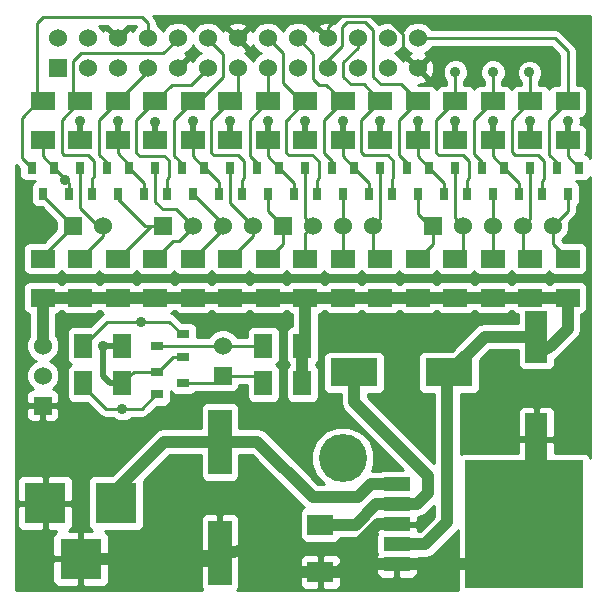
<source format=gtl>
G04 (created by PCBNEW (2013-07-07 BZR 4022)-stable) date 21/02/2014 11:26:53*
%MOIN*%
G04 Gerber Fmt 3.4, Leading zero omitted, Abs format*
%FSLAX34Y34*%
G01*
G70*
G90*
G04 APERTURE LIST*
%ADD10C,0.00590551*%
%ADD11R,0.08X0.06*%
%ADD12R,0.09X0.045*%
%ADD13R,0.3937X0.4252*%
%ADD14R,0.0315X0.0394*%
%ADD15R,0.0394X0.0315*%
%ADD16R,0.06X0.08*%
%ADD17R,0.06X0.06*%
%ADD18C,0.06*%
%ADD19R,0.0866X0.0709*%
%ADD20R,0.1575X0.0945*%
%ADD21R,0.1378X0.1378*%
%ADD22C,0.16*%
%ADD23R,0.0787X0.2165*%
%ADD24R,0.0748X0.1732*%
%ADD25C,0.035*%
%ADD26C,0.00984252*%
%ADD27C,0.019685*%
%ADD28C,0.0393701*%
%ADD29C,0.01*%
G04 APERTURE END LIST*
G54D10*
G54D11*
X33500Y-19150D03*
X33500Y-17850D03*
G54D12*
X37800Y-26031D03*
G54D13*
X42050Y-26700D03*
G54D12*
X37800Y-27369D03*
X37800Y-26700D03*
X37800Y-25361D03*
X37800Y-28039D03*
G54D14*
X29750Y-14817D03*
X30125Y-15683D03*
X29375Y-15683D03*
X42250Y-14817D03*
X42625Y-15683D03*
X41875Y-15683D03*
X41000Y-15683D03*
X40625Y-14817D03*
X41375Y-14817D03*
X43500Y-15683D03*
X43125Y-14817D03*
X43875Y-14817D03*
X39750Y-14817D03*
X40125Y-15683D03*
X39375Y-15683D03*
X26000Y-15683D03*
X25625Y-14817D03*
X26375Y-14817D03*
X38500Y-15683D03*
X38125Y-14817D03*
X38875Y-14817D03*
X33500Y-15683D03*
X33125Y-14817D03*
X33875Y-14817D03*
X27250Y-14817D03*
X27625Y-15683D03*
X26875Y-15683D03*
X32250Y-14817D03*
X32625Y-15683D03*
X31875Y-15683D03*
X31000Y-15683D03*
X30625Y-14817D03*
X31375Y-14817D03*
X34750Y-14817D03*
X35125Y-15683D03*
X34375Y-15683D03*
X37250Y-14817D03*
X37625Y-15683D03*
X36875Y-15683D03*
X36000Y-15683D03*
X35625Y-14817D03*
X36375Y-14817D03*
G54D15*
X29817Y-20750D03*
X30683Y-20375D03*
X30683Y-21125D03*
G54D14*
X28500Y-15683D03*
X28125Y-14817D03*
X28875Y-14817D03*
G54D15*
X30683Y-22000D03*
X29817Y-22375D03*
X29817Y-21625D03*
G54D11*
X27250Y-13900D03*
X27250Y-12600D03*
X43500Y-13900D03*
X43500Y-12600D03*
X37250Y-19150D03*
X37250Y-17850D03*
X43500Y-19150D03*
X43500Y-17850D03*
X37250Y-13900D03*
X37250Y-12600D03*
X26000Y-13900D03*
X26000Y-12600D03*
X26000Y-19150D03*
X26000Y-17850D03*
X34750Y-19150D03*
X34750Y-17850D03*
X36000Y-19150D03*
X36000Y-17850D03*
X27250Y-19150D03*
X27250Y-17850D03*
X31000Y-13900D03*
X31000Y-12600D03*
X41000Y-19150D03*
X41000Y-17850D03*
X31000Y-19150D03*
X31000Y-17850D03*
X34750Y-13900D03*
X34750Y-12600D03*
X36000Y-13900D03*
X36000Y-12600D03*
X42250Y-13900D03*
X42250Y-12600D03*
G54D16*
X28650Y-20750D03*
X27350Y-20750D03*
X34650Y-20750D03*
X33350Y-20750D03*
X28650Y-22000D03*
X27350Y-22000D03*
X34650Y-22000D03*
X33350Y-22000D03*
G54D11*
X28500Y-13900D03*
X28500Y-12600D03*
X28500Y-19150D03*
X28500Y-17850D03*
X29750Y-13900D03*
X29750Y-12600D03*
X29750Y-19150D03*
X29750Y-17850D03*
X32250Y-13900D03*
X32250Y-12600D03*
X33500Y-13900D03*
X33500Y-12600D03*
X38500Y-13900D03*
X38500Y-12600D03*
X38500Y-19150D03*
X38500Y-17850D03*
X39750Y-19150D03*
X39750Y-17850D03*
X39750Y-13900D03*
X39750Y-12600D03*
X41000Y-13900D03*
X41000Y-12600D03*
X32250Y-19150D03*
X32250Y-17850D03*
X42250Y-19150D03*
X42250Y-17850D03*
G54D17*
X39000Y-16750D03*
G54D18*
X40000Y-16750D03*
X41000Y-16750D03*
X42000Y-16750D03*
X43000Y-16750D03*
G54D17*
X27000Y-16750D03*
G54D18*
X28000Y-16750D03*
G54D17*
X26500Y-11500D03*
G54D18*
X26500Y-10500D03*
X27500Y-11500D03*
X27500Y-10500D03*
X28500Y-11500D03*
X28500Y-10500D03*
X29500Y-11500D03*
X29500Y-10500D03*
X30500Y-11500D03*
X30500Y-10500D03*
X31500Y-11500D03*
X31500Y-10500D03*
X32500Y-11500D03*
X32500Y-10500D03*
X33500Y-11500D03*
X33500Y-10500D03*
X34500Y-11500D03*
X34500Y-10500D03*
X35500Y-11500D03*
X35500Y-10500D03*
X36500Y-11500D03*
X36500Y-10500D03*
X37500Y-11500D03*
X37500Y-10500D03*
X38500Y-11500D03*
X38500Y-10500D03*
G54D19*
X35250Y-28290D03*
X35250Y-26710D03*
G54D20*
X36385Y-21640D03*
X39535Y-21640D03*
G54D21*
X28441Y-26000D03*
X26079Y-26000D03*
X27260Y-27850D03*
G54D17*
X26000Y-22750D03*
G54D18*
X26000Y-21750D03*
X26000Y-20750D03*
G54D22*
X36000Y-24500D03*
G54D23*
X31900Y-23950D03*
X31900Y-27650D03*
G54D24*
X42450Y-20448D03*
X42450Y-23873D03*
G54D17*
X34000Y-16750D03*
G54D18*
X35000Y-16750D03*
X36000Y-16750D03*
X37000Y-16750D03*
G54D17*
X30000Y-16750D03*
G54D18*
X31000Y-16750D03*
X32000Y-16750D03*
X33000Y-16750D03*
G54D17*
X32000Y-21750D03*
G54D18*
X32000Y-20750D03*
G54D25*
X26750Y-15210D03*
X29750Y-13300D03*
X31000Y-13250D03*
X32250Y-13250D03*
X28500Y-13250D03*
X28000Y-20750D03*
X27250Y-13250D03*
X33500Y-13250D03*
X34750Y-13250D03*
X36000Y-13250D03*
X37250Y-13250D03*
X38500Y-13250D03*
X39750Y-13250D03*
X41000Y-13250D03*
X42250Y-13250D03*
X43500Y-13250D03*
X42220Y-11640D03*
X37900Y-18500D03*
X39100Y-18500D03*
X40400Y-18500D03*
X41600Y-18500D03*
X42900Y-18500D03*
X35400Y-18500D03*
X34100Y-18500D03*
X32850Y-18500D03*
X31600Y-18500D03*
X30350Y-18500D03*
X44000Y-10700D03*
X44000Y-11600D03*
X42050Y-28000D03*
X43400Y-28000D03*
X42100Y-25500D03*
X40700Y-25500D03*
X43400Y-25400D03*
X30100Y-23100D03*
X33000Y-23100D03*
X34700Y-23400D03*
X27100Y-23400D03*
X27300Y-24500D03*
X36800Y-20400D03*
X39300Y-20400D03*
X38100Y-22500D03*
X43800Y-23500D03*
X42400Y-22200D03*
X40800Y-23100D03*
X43400Y-26700D03*
X42050Y-26700D03*
X40700Y-26700D03*
X26650Y-19950D03*
X26650Y-18500D03*
X34000Y-28300D03*
X32900Y-25800D03*
X30200Y-25400D03*
X29800Y-27900D03*
X39750Y-11630D03*
X29260Y-19950D03*
X41000Y-11630D03*
X28650Y-22850D03*
G54D26*
X38875Y-14817D02*
X38875Y-14815D01*
X38500Y-14440D02*
X38500Y-13900D01*
X38875Y-14815D02*
X38500Y-14440D01*
X39375Y-15683D02*
X39375Y-15317D01*
X39375Y-15317D02*
X38875Y-14817D01*
X41375Y-14817D02*
X41375Y-14815D01*
X41000Y-14440D02*
X41000Y-13900D01*
X41375Y-14815D02*
X41000Y-14440D01*
X41875Y-15683D02*
X41875Y-15317D01*
X41875Y-15317D02*
X41375Y-14817D01*
X28875Y-14817D02*
X28875Y-14715D01*
X28500Y-14340D02*
X28500Y-13900D01*
X28875Y-14715D02*
X28500Y-14340D01*
G54D27*
X26749Y-15209D02*
X26749Y-15191D01*
X26750Y-15210D02*
X26749Y-15209D01*
G54D26*
X26875Y-15683D02*
X26875Y-15317D01*
X26875Y-15317D02*
X26749Y-15191D01*
X26749Y-15191D02*
X26375Y-14817D01*
X26000Y-13900D02*
X26000Y-14442D01*
X26000Y-14442D02*
X26375Y-14817D01*
X33875Y-14817D02*
X33875Y-14815D01*
X33500Y-14440D02*
X33500Y-13900D01*
X33875Y-14815D02*
X33500Y-14440D01*
X34375Y-15683D02*
X34375Y-15317D01*
X34375Y-15317D02*
X33875Y-14817D01*
X36375Y-14817D02*
X36377Y-14817D01*
X36875Y-15315D02*
X36875Y-15683D01*
X36377Y-14817D02*
X36875Y-15315D01*
X36000Y-13900D02*
X36000Y-14442D01*
X36000Y-14442D02*
X36375Y-14817D01*
X31375Y-14817D02*
X31397Y-14817D01*
X31875Y-15295D02*
X31875Y-15683D01*
X31397Y-14817D02*
X31875Y-15295D01*
X31000Y-13900D02*
X31000Y-14442D01*
X31000Y-14442D02*
X31375Y-14817D01*
X29375Y-15683D02*
X29375Y-15317D01*
X29375Y-15317D02*
X28875Y-14817D01*
G54D27*
X29750Y-13300D02*
X29750Y-13900D01*
X31000Y-13250D02*
X31000Y-13900D01*
X32250Y-13250D02*
X32250Y-13900D01*
X28500Y-13250D02*
X28500Y-13900D01*
X28650Y-22000D02*
X28250Y-22000D01*
X28000Y-21750D02*
X28000Y-20750D01*
X28250Y-22000D02*
X28000Y-21750D01*
X28650Y-20750D02*
X28000Y-20750D01*
X27250Y-13250D02*
X27250Y-13900D01*
X33500Y-13250D02*
X33500Y-13900D01*
X34750Y-13250D02*
X34750Y-13900D01*
X36000Y-13250D02*
X36000Y-13900D01*
X37250Y-13250D02*
X37250Y-13900D01*
X38500Y-13250D02*
X38500Y-13900D01*
X39750Y-13250D02*
X39750Y-13900D01*
X41000Y-13250D02*
X41000Y-13900D01*
X43500Y-13900D02*
X43500Y-13250D01*
X42250Y-13250D02*
X42250Y-13900D01*
G54D26*
X43500Y-13900D02*
X43500Y-14442D01*
X43500Y-14442D02*
X43875Y-14817D01*
X29817Y-21625D02*
X29025Y-21625D01*
X29025Y-21625D02*
X28650Y-22000D01*
X30683Y-21125D02*
X30325Y-21125D01*
X29825Y-21625D02*
X29817Y-21625D01*
X30325Y-21125D02*
X29825Y-21625D01*
G54D28*
X42450Y-20448D02*
X40727Y-20448D01*
X40727Y-20448D02*
X39535Y-21640D01*
X37800Y-27369D02*
X38749Y-27369D01*
X39480Y-21695D02*
X39535Y-21640D01*
X39480Y-26638D02*
X39480Y-21695D01*
X38749Y-27369D02*
X39480Y-26638D01*
X27250Y-19150D02*
X26000Y-19150D01*
X28500Y-19150D02*
X27250Y-19150D01*
X29750Y-19150D02*
X28500Y-19150D01*
X31000Y-19150D02*
X29750Y-19150D01*
X32250Y-19150D02*
X31000Y-19150D01*
X33500Y-19150D02*
X32250Y-19150D01*
X34750Y-19150D02*
X33500Y-19150D01*
X34650Y-20750D02*
X34650Y-22000D01*
X34750Y-19150D02*
X34750Y-20650D01*
X34750Y-20650D02*
X34650Y-20750D01*
X36000Y-19150D02*
X34750Y-19150D01*
X37250Y-19150D02*
X36000Y-19150D01*
X38500Y-19150D02*
X37250Y-19150D01*
X39750Y-19150D02*
X38500Y-19150D01*
X41000Y-19150D02*
X39750Y-19150D01*
X42250Y-19150D02*
X41000Y-19150D01*
X43500Y-19150D02*
X42250Y-19150D01*
X42426Y-21074D02*
X42930Y-20750D01*
X43500Y-20180D02*
X43500Y-19150D01*
X42930Y-20750D02*
X43500Y-20180D01*
X26000Y-19150D02*
X26000Y-20750D01*
G54D26*
X42250Y-11670D02*
X42250Y-12600D01*
X42220Y-11640D02*
X42250Y-11670D01*
X42625Y-15683D02*
X42625Y-15255D01*
X41630Y-13220D02*
X42250Y-12600D01*
X41630Y-14300D02*
X41630Y-13220D01*
X41730Y-14400D02*
X41630Y-14300D01*
X42500Y-14400D02*
X41730Y-14400D01*
X42700Y-14600D02*
X42500Y-14400D01*
X42700Y-15180D02*
X42700Y-14600D01*
X42625Y-15255D02*
X42700Y-15180D01*
G54D29*
X38500Y-10500D02*
X43070Y-10500D01*
X43500Y-10930D02*
X43500Y-12600D01*
X43070Y-10500D02*
X43500Y-10930D01*
G54D26*
X43125Y-14817D02*
X43125Y-14635D01*
X42880Y-13220D02*
X43500Y-12600D01*
X42880Y-14390D02*
X42880Y-13220D01*
X43125Y-14635D02*
X42880Y-14390D01*
G54D27*
X39100Y-18500D02*
X40400Y-18500D01*
X41600Y-18500D02*
X42900Y-18500D01*
X26650Y-18500D02*
X30350Y-18500D01*
X34100Y-18500D02*
X35400Y-18500D01*
X31600Y-18500D02*
X32850Y-18500D01*
X35400Y-18500D02*
X37900Y-18500D01*
X44000Y-11600D02*
X44000Y-10700D01*
G54D26*
X42050Y-28000D02*
X42050Y-26700D01*
G54D27*
X43400Y-28000D02*
X42100Y-26700D01*
X42100Y-26700D02*
X42050Y-26700D01*
X42050Y-25550D02*
X42050Y-26700D01*
X42100Y-25500D02*
X42050Y-25550D01*
X40700Y-25500D02*
X41900Y-26700D01*
X41900Y-26700D02*
X42050Y-26700D01*
X43400Y-25400D02*
X42100Y-26700D01*
X42100Y-26700D02*
X42050Y-26700D01*
X34400Y-23100D02*
X33000Y-23100D01*
X34700Y-23400D02*
X34400Y-23100D01*
X27100Y-24300D02*
X27100Y-23400D01*
X27300Y-24500D02*
X27100Y-24300D01*
X38100Y-20400D02*
X39300Y-20400D01*
X38100Y-22500D02*
X38100Y-20400D01*
X42450Y-23873D02*
X41573Y-23873D01*
X42700Y-22400D02*
X43800Y-23500D01*
X42600Y-22400D02*
X42700Y-22400D01*
X42400Y-22200D02*
X42600Y-22400D01*
X41573Y-23873D02*
X40800Y-23100D01*
X43400Y-26700D02*
X42050Y-26700D01*
X40700Y-26700D02*
X42050Y-26700D01*
X42450Y-23873D02*
X42450Y-26300D01*
X42450Y-26300D02*
X42050Y-26700D01*
X26000Y-22750D02*
X25300Y-22750D01*
X25450Y-18500D02*
X26650Y-18500D01*
X25250Y-18700D02*
X25450Y-18500D01*
X25250Y-22700D02*
X25250Y-18700D01*
X25300Y-22750D02*
X25250Y-22700D01*
G54D28*
X27260Y-27850D02*
X29750Y-27850D01*
X34000Y-28300D02*
X34000Y-28290D01*
X30600Y-25800D02*
X32900Y-25800D01*
X30200Y-25400D02*
X30600Y-25800D01*
X29750Y-27850D02*
X29800Y-27900D01*
X37800Y-26700D02*
X37170Y-26700D01*
X36100Y-27770D02*
X36100Y-28050D01*
X37170Y-26700D02*
X36100Y-27770D01*
X35250Y-28290D02*
X35860Y-28290D01*
X35860Y-28290D02*
X36100Y-28050D01*
X36100Y-28050D02*
X36111Y-28039D01*
X31900Y-27650D02*
X32620Y-27580D01*
X32620Y-27580D02*
X33330Y-28290D01*
X33330Y-28290D02*
X34000Y-28290D01*
X34000Y-28290D02*
X35250Y-28290D01*
X27260Y-27850D02*
X31630Y-27920D01*
X31630Y-27920D02*
X31900Y-27650D01*
G54D26*
X38500Y-11500D02*
X38500Y-11490D01*
X38500Y-11490D02*
X38020Y-11010D01*
X38020Y-11010D02*
X38020Y-10360D01*
X38020Y-10360D02*
X37421Y-9761D01*
X37421Y-9761D02*
X35858Y-9761D01*
X35858Y-9761D02*
X35500Y-10120D01*
X35500Y-10120D02*
X35500Y-10500D01*
G54D28*
X42450Y-23430D02*
X42500Y-26250D01*
X42500Y-26250D02*
X42050Y-26700D01*
X37800Y-28039D02*
X40711Y-28039D01*
X40711Y-28039D02*
X42050Y-26700D01*
X37800Y-28039D02*
X36111Y-28039D01*
G54D26*
X31500Y-11500D02*
X31490Y-11500D01*
X30300Y-12050D02*
X29750Y-12600D01*
X30940Y-12050D02*
X30300Y-12050D01*
X31490Y-11500D02*
X30940Y-12050D01*
X30125Y-15683D02*
X30125Y-15185D01*
X29120Y-13230D02*
X29750Y-12600D01*
X29120Y-14310D02*
X29120Y-13230D01*
X29230Y-14420D02*
X29120Y-14310D01*
X30040Y-14420D02*
X29230Y-14420D01*
X30190Y-14570D02*
X30040Y-14420D01*
X30190Y-15120D02*
X30190Y-14570D01*
X30125Y-15185D02*
X30190Y-15120D01*
X31500Y-10500D02*
X31500Y-10520D01*
X31190Y-12600D02*
X31000Y-12600D01*
X32000Y-11790D02*
X31190Y-12600D01*
X32000Y-11020D02*
X32000Y-11790D01*
X31500Y-10520D02*
X32000Y-11020D01*
X30625Y-14817D02*
X30625Y-14665D01*
X30370Y-13230D02*
X31000Y-12600D01*
X30370Y-14410D02*
X30370Y-13230D01*
X30625Y-14665D02*
X30370Y-14410D01*
X33500Y-11500D02*
X33500Y-12600D01*
X33125Y-14817D02*
X33125Y-14665D01*
X32890Y-13210D02*
X33500Y-12600D01*
X32890Y-14430D02*
X32890Y-13210D01*
X33125Y-14665D02*
X32890Y-14430D01*
X33500Y-10500D02*
X33990Y-10990D01*
X34610Y-12600D02*
X34750Y-12600D01*
X33990Y-11980D02*
X34610Y-12600D01*
X33990Y-10990D02*
X33990Y-11980D01*
X34120Y-13220D02*
X34130Y-13220D01*
X35125Y-15215D02*
X35190Y-15150D01*
X35190Y-15150D02*
X35190Y-14600D01*
X35190Y-14600D02*
X34980Y-14390D01*
X34980Y-14390D02*
X34200Y-14390D01*
X34200Y-14390D02*
X34120Y-14310D01*
X34120Y-14310D02*
X34120Y-13220D01*
X35125Y-15683D02*
X35125Y-15215D01*
X34130Y-13220D02*
X34750Y-12600D01*
X34500Y-10500D02*
X35010Y-11010D01*
X35450Y-12050D02*
X36000Y-12600D01*
X35200Y-12050D02*
X35450Y-12050D01*
X35010Y-11860D02*
X35200Y-12050D01*
X35010Y-11010D02*
X35010Y-11860D01*
X35625Y-14817D02*
X35625Y-14595D01*
X35370Y-13230D02*
X36000Y-12600D01*
X35370Y-14340D02*
X35370Y-13230D01*
X35625Y-14595D02*
X35370Y-14340D01*
X36500Y-10500D02*
X36500Y-10820D01*
X36690Y-12040D02*
X37250Y-12600D01*
X36280Y-12040D02*
X36690Y-12040D01*
X36020Y-11780D02*
X36280Y-12040D01*
X36020Y-11300D02*
X36020Y-11780D01*
X36500Y-10820D02*
X36020Y-11300D01*
X37625Y-15683D02*
X37625Y-15195D01*
X36620Y-13230D02*
X37250Y-12600D01*
X36620Y-14300D02*
X36620Y-13230D01*
X36720Y-14400D02*
X36620Y-14300D01*
X37490Y-14400D02*
X36720Y-14400D01*
X37670Y-14580D02*
X37490Y-14400D01*
X37670Y-15150D02*
X37670Y-14580D01*
X37625Y-15195D02*
X37670Y-15150D01*
X32500Y-11500D02*
X32500Y-12350D01*
X32500Y-12350D02*
X32250Y-12600D01*
X32625Y-15683D02*
X32625Y-15225D01*
X31620Y-13230D02*
X32250Y-12600D01*
X31620Y-14320D02*
X31620Y-13230D01*
X31700Y-14400D02*
X31620Y-14320D01*
X32510Y-14400D02*
X31700Y-14400D01*
X32690Y-14580D02*
X32510Y-14400D01*
X32690Y-15160D02*
X32690Y-14580D01*
X32625Y-15225D02*
X32690Y-15160D01*
X29500Y-11500D02*
X29500Y-11600D01*
X29500Y-11600D02*
X28500Y-12600D01*
X28125Y-14817D02*
X28125Y-14625D01*
X27880Y-13220D02*
X28500Y-12600D01*
X27880Y-14380D02*
X27880Y-13220D01*
X28125Y-14625D02*
X27880Y-14380D01*
X42000Y-16750D02*
X42000Y-17600D01*
X42000Y-17600D02*
X42250Y-17850D01*
X42250Y-14817D02*
X42250Y-16500D01*
X42250Y-16500D02*
X42000Y-16750D01*
X43000Y-16750D02*
X43000Y-17350D01*
X43000Y-17350D02*
X43500Y-17850D01*
X43500Y-15683D02*
X43500Y-16250D01*
X43500Y-16250D02*
X43000Y-16750D01*
X30525Y-17255D02*
X30345Y-17255D01*
X30345Y-17255D02*
X29750Y-17850D01*
X31000Y-16750D02*
X31000Y-16780D01*
X31000Y-16780D02*
X30525Y-17255D01*
X30525Y-17255D02*
X30520Y-17260D01*
X29750Y-14817D02*
X29750Y-15950D01*
X30450Y-16200D02*
X31000Y-16750D01*
X30000Y-16200D02*
X30450Y-16200D01*
X29750Y-15950D02*
X30000Y-16200D01*
X32000Y-16750D02*
X32000Y-16683D01*
X32000Y-16683D02*
X31000Y-15683D01*
X32000Y-16850D02*
X31000Y-17850D01*
X32000Y-16750D02*
X32000Y-16850D01*
X34000Y-16750D02*
X34000Y-17350D01*
X34000Y-17350D02*
X33500Y-17850D01*
X33500Y-15683D02*
X33500Y-16250D01*
X33500Y-16250D02*
X34000Y-16750D01*
X34750Y-17850D02*
X34750Y-17000D01*
X34750Y-17000D02*
X35000Y-16750D01*
X34750Y-14817D02*
X34750Y-16500D01*
X34750Y-16500D02*
X35000Y-16750D01*
X36000Y-16750D02*
X36000Y-17850D01*
X36000Y-15683D02*
X36000Y-16750D01*
X37000Y-16750D02*
X37000Y-17600D01*
X37000Y-17600D02*
X37250Y-17850D01*
X37250Y-14817D02*
X37250Y-16500D01*
X37250Y-16500D02*
X37000Y-16750D01*
X33000Y-16750D02*
X33000Y-17100D01*
X33000Y-17100D02*
X32250Y-17850D01*
X32250Y-14817D02*
X32250Y-16000D01*
X32250Y-16000D02*
X33000Y-16750D01*
X30000Y-16750D02*
X29600Y-16750D01*
X29600Y-16750D02*
X28500Y-17850D01*
X28500Y-15683D02*
X28500Y-15850D01*
X29400Y-16750D02*
X30000Y-16750D01*
X28500Y-15850D02*
X29400Y-16750D01*
X40000Y-16750D02*
X40000Y-17600D01*
X40000Y-17600D02*
X39750Y-17850D01*
X39750Y-14817D02*
X39750Y-16500D01*
X39750Y-16500D02*
X40000Y-16750D01*
X39000Y-16750D02*
X39000Y-17350D01*
X39000Y-17350D02*
X38500Y-17850D01*
X39000Y-16750D02*
X38900Y-16750D01*
X38500Y-16350D02*
X38500Y-15683D01*
X38900Y-16750D02*
X38500Y-16350D01*
X28000Y-16750D02*
X28000Y-17100D01*
X28000Y-17100D02*
X27250Y-17850D01*
X27250Y-14817D02*
X27250Y-16150D01*
X27850Y-16750D02*
X28000Y-16750D01*
X27250Y-16150D02*
X27850Y-16750D01*
X32000Y-20750D02*
X29817Y-20750D01*
X32000Y-20750D02*
X33350Y-20750D01*
X41000Y-16750D02*
X41000Y-17850D01*
X41000Y-15683D02*
X41000Y-16750D01*
X32000Y-21750D02*
X33100Y-21750D01*
X33100Y-21750D02*
X33350Y-22000D01*
X30683Y-22000D02*
X31750Y-22000D01*
X31750Y-22000D02*
X32000Y-21750D01*
X26000Y-17850D02*
X26000Y-17750D01*
X26000Y-17750D02*
X27000Y-16750D01*
X26000Y-15683D02*
X26000Y-15750D01*
X26000Y-15750D02*
X27000Y-16750D01*
X39750Y-11630D02*
X39750Y-12600D01*
X40125Y-15683D02*
X40125Y-15215D01*
X39120Y-13230D02*
X39750Y-12600D01*
X39120Y-14310D02*
X39120Y-13230D01*
X39210Y-14400D02*
X39120Y-14310D01*
X40000Y-14400D02*
X39210Y-14400D01*
X40190Y-14590D02*
X40000Y-14400D01*
X40190Y-15150D02*
X40190Y-14590D01*
X40125Y-15215D02*
X40190Y-15150D01*
X35500Y-11500D02*
X35500Y-11230D01*
X37940Y-12040D02*
X38500Y-12600D01*
X37260Y-12040D02*
X37940Y-12040D01*
X37010Y-11790D02*
X37260Y-12040D01*
X37010Y-10240D02*
X37010Y-11790D01*
X36730Y-9960D02*
X37010Y-10240D01*
X36150Y-9960D02*
X36730Y-9960D01*
X35980Y-10130D02*
X36150Y-9960D01*
X35980Y-10750D02*
X35980Y-10130D01*
X35500Y-11230D02*
X35980Y-10750D01*
X38125Y-14817D02*
X38125Y-14645D01*
X37870Y-13230D02*
X38500Y-12600D01*
X37870Y-14390D02*
X37870Y-13230D01*
X38125Y-14645D02*
X37870Y-14390D01*
X30500Y-10500D02*
X30500Y-10520D01*
X27010Y-12360D02*
X27250Y-12600D01*
X27010Y-11260D02*
X27010Y-12360D01*
X27270Y-11000D02*
X27010Y-11260D01*
X30020Y-11000D02*
X27270Y-11000D01*
X30500Y-10520D02*
X30020Y-11000D01*
X27625Y-15683D02*
X27625Y-15175D01*
X26630Y-13220D02*
X27250Y-12600D01*
X26630Y-14310D02*
X26630Y-13220D01*
X26720Y-14400D02*
X26630Y-14310D01*
X27510Y-14400D02*
X26720Y-14400D01*
X27690Y-14580D02*
X27510Y-14400D01*
X27690Y-15110D02*
X27690Y-14580D01*
X27625Y-15175D02*
X27690Y-15110D01*
X29260Y-19950D02*
X29300Y-19950D01*
X30683Y-20375D02*
X30625Y-20375D01*
X28150Y-19950D02*
X27350Y-20750D01*
X30200Y-19950D02*
X29310Y-19950D01*
X29310Y-19950D02*
X29300Y-19950D01*
X29300Y-19950D02*
X28150Y-19950D01*
X30625Y-20375D02*
X30200Y-19950D01*
X41000Y-11630D02*
X41000Y-12600D01*
X40625Y-14817D02*
X40625Y-14625D01*
X40370Y-13230D02*
X41000Y-12600D01*
X40370Y-14370D02*
X40370Y-13230D01*
X40625Y-14625D02*
X40370Y-14370D01*
X29300Y-22850D02*
X28950Y-22850D01*
X28950Y-22850D02*
X28800Y-22850D01*
X28800Y-22850D02*
X28700Y-22850D01*
X28700Y-22850D02*
X28650Y-22850D01*
X28650Y-22850D02*
X28100Y-22850D01*
X29775Y-22375D02*
X29300Y-22850D01*
X29817Y-22375D02*
X29775Y-22375D01*
X27350Y-22100D02*
X27350Y-22000D01*
X28100Y-22850D02*
X27350Y-22100D01*
X29500Y-10500D02*
X29500Y-10000D01*
X25800Y-12400D02*
X26000Y-12600D01*
X25800Y-10000D02*
X25800Y-12400D01*
X26000Y-9800D02*
X25800Y-10000D01*
X29300Y-9800D02*
X26000Y-9800D01*
X29500Y-10000D02*
X29300Y-9800D01*
X26000Y-12600D02*
X25850Y-12600D01*
X25300Y-14492D02*
X25625Y-14817D01*
X25300Y-13150D02*
X25300Y-14492D01*
X25850Y-12600D02*
X25300Y-13150D01*
G54D28*
X37800Y-25361D02*
X36939Y-25361D01*
X33150Y-23950D02*
X31900Y-23950D01*
X35000Y-25800D02*
X33150Y-23950D01*
X36500Y-25800D02*
X35000Y-25800D01*
X36939Y-25361D02*
X36500Y-25800D01*
X28441Y-26000D02*
X28441Y-25559D01*
X30050Y-23950D02*
X31900Y-23950D01*
X28441Y-25559D02*
X30050Y-23950D01*
X37800Y-26031D02*
X37109Y-26031D01*
X36430Y-26710D02*
X35250Y-26710D01*
X37109Y-26031D02*
X36430Y-26710D01*
X37800Y-26031D02*
X38459Y-26031D01*
X36385Y-22635D02*
X36385Y-21640D01*
X38840Y-25090D02*
X36385Y-22635D01*
X38840Y-25650D02*
X38840Y-25090D01*
X38459Y-26031D02*
X38840Y-25650D01*
G54D10*
G36*
X29122Y-10099D02*
X29034Y-10188D01*
X29002Y-10263D01*
X28981Y-10212D01*
X28885Y-10184D01*
X28570Y-10500D01*
X28576Y-10505D01*
X28505Y-10576D01*
X28500Y-10570D01*
X28494Y-10576D01*
X28423Y-10505D01*
X28429Y-10500D01*
X28114Y-10184D01*
X28018Y-10212D01*
X27999Y-10267D01*
X27966Y-10188D01*
X27877Y-10099D01*
X28189Y-10099D01*
X28184Y-10114D01*
X28500Y-10429D01*
X28815Y-10114D01*
X28810Y-10099D01*
X29122Y-10099D01*
X29122Y-10099D01*
G37*
G54D29*
X29122Y-10099D02*
X29034Y-10188D01*
X29002Y-10263D01*
X28981Y-10212D01*
X28885Y-10184D01*
X28570Y-10500D01*
X28576Y-10505D01*
X28505Y-10576D01*
X28500Y-10570D01*
X28494Y-10576D01*
X28423Y-10505D01*
X28429Y-10500D01*
X28114Y-10184D01*
X28018Y-10212D01*
X27999Y-10267D01*
X27966Y-10188D01*
X27877Y-10099D01*
X28189Y-10099D01*
X28184Y-10114D01*
X28500Y-10429D01*
X28815Y-10114D01*
X28810Y-10099D01*
X29122Y-10099D01*
G54D10*
G36*
X31269Y-10999D02*
X31188Y-11033D01*
X31034Y-11188D01*
X31002Y-11263D01*
X30981Y-11212D01*
X30885Y-11184D01*
X30570Y-11500D01*
X30576Y-11505D01*
X30505Y-11576D01*
X30500Y-11570D01*
X30494Y-11576D01*
X30423Y-11505D01*
X30429Y-11500D01*
X30423Y-11494D01*
X30494Y-11423D01*
X30500Y-11429D01*
X30815Y-11114D01*
X30787Y-11018D01*
X30732Y-10999D01*
X30811Y-10966D01*
X30965Y-10811D01*
X30999Y-10730D01*
X31033Y-10811D01*
X31188Y-10965D01*
X31269Y-10999D01*
X31269Y-10999D01*
G37*
G54D29*
X31269Y-10999D02*
X31188Y-11033D01*
X31034Y-11188D01*
X31002Y-11263D01*
X30981Y-11212D01*
X30885Y-11184D01*
X30570Y-11500D01*
X30576Y-11505D01*
X30505Y-11576D01*
X30500Y-11570D01*
X30494Y-11576D01*
X30423Y-11505D01*
X30429Y-11500D01*
X30423Y-11494D01*
X30494Y-11423D01*
X30500Y-11429D01*
X30815Y-11114D01*
X30787Y-11018D01*
X30732Y-10999D01*
X30811Y-10966D01*
X30965Y-10811D01*
X30999Y-10730D01*
X31033Y-10811D01*
X31188Y-10965D01*
X31269Y-10999D01*
G54D10*
G36*
X35936Y-9750D02*
X35768Y-9918D01*
X35718Y-9993D01*
X35581Y-9945D01*
X35363Y-9956D01*
X35212Y-10018D01*
X35184Y-10114D01*
X35500Y-10429D01*
X35505Y-10423D01*
X35576Y-10494D01*
X35570Y-10500D01*
X35576Y-10505D01*
X35505Y-10576D01*
X35500Y-10570D01*
X35494Y-10576D01*
X35423Y-10505D01*
X35429Y-10500D01*
X35114Y-10184D01*
X35018Y-10212D01*
X34999Y-10267D01*
X34966Y-10188D01*
X34811Y-10034D01*
X34609Y-9950D01*
X34391Y-9949D01*
X34188Y-10033D01*
X34034Y-10188D01*
X34000Y-10269D01*
X33966Y-10188D01*
X33811Y-10034D01*
X33609Y-9950D01*
X33391Y-9949D01*
X33188Y-10033D01*
X33034Y-10188D01*
X33002Y-10263D01*
X32981Y-10212D01*
X32885Y-10184D01*
X32815Y-10255D01*
X32815Y-10114D01*
X32787Y-10018D01*
X32581Y-9945D01*
X32363Y-9956D01*
X32212Y-10018D01*
X32184Y-10114D01*
X32500Y-10429D01*
X32815Y-10114D01*
X32815Y-10255D01*
X32570Y-10500D01*
X32885Y-10815D01*
X32981Y-10787D01*
X33000Y-10732D01*
X33033Y-10811D01*
X33188Y-10965D01*
X33269Y-10999D01*
X33188Y-11033D01*
X33034Y-11188D01*
X33000Y-11269D01*
X32966Y-11188D01*
X32811Y-11034D01*
X32736Y-11002D01*
X32787Y-10981D01*
X32815Y-10885D01*
X32500Y-10570D01*
X32494Y-10576D01*
X32423Y-10505D01*
X32429Y-10500D01*
X32114Y-10184D01*
X32018Y-10212D01*
X31999Y-10267D01*
X31966Y-10188D01*
X31811Y-10034D01*
X31609Y-9950D01*
X31391Y-9949D01*
X31188Y-10033D01*
X31034Y-10188D01*
X31000Y-10269D01*
X30966Y-10188D01*
X30811Y-10034D01*
X30609Y-9950D01*
X30391Y-9949D01*
X30188Y-10033D01*
X30034Y-10188D01*
X30000Y-10269D01*
X29966Y-10188D01*
X29811Y-10034D01*
X29799Y-10028D01*
X29799Y-10000D01*
X29776Y-9885D01*
X29776Y-9885D01*
X29711Y-9788D01*
X29673Y-9750D01*
X35936Y-9750D01*
X35936Y-9750D01*
G37*
G54D29*
X35936Y-9750D02*
X35768Y-9918D01*
X35718Y-9993D01*
X35581Y-9945D01*
X35363Y-9956D01*
X35212Y-10018D01*
X35184Y-10114D01*
X35500Y-10429D01*
X35505Y-10423D01*
X35576Y-10494D01*
X35570Y-10500D01*
X35576Y-10505D01*
X35505Y-10576D01*
X35500Y-10570D01*
X35494Y-10576D01*
X35423Y-10505D01*
X35429Y-10500D01*
X35114Y-10184D01*
X35018Y-10212D01*
X34999Y-10267D01*
X34966Y-10188D01*
X34811Y-10034D01*
X34609Y-9950D01*
X34391Y-9949D01*
X34188Y-10033D01*
X34034Y-10188D01*
X34000Y-10269D01*
X33966Y-10188D01*
X33811Y-10034D01*
X33609Y-9950D01*
X33391Y-9949D01*
X33188Y-10033D01*
X33034Y-10188D01*
X33002Y-10263D01*
X32981Y-10212D01*
X32885Y-10184D01*
X32815Y-10255D01*
X32815Y-10114D01*
X32787Y-10018D01*
X32581Y-9945D01*
X32363Y-9956D01*
X32212Y-10018D01*
X32184Y-10114D01*
X32500Y-10429D01*
X32815Y-10114D01*
X32815Y-10255D01*
X32570Y-10500D01*
X32885Y-10815D01*
X32981Y-10787D01*
X33000Y-10732D01*
X33033Y-10811D01*
X33188Y-10965D01*
X33269Y-10999D01*
X33188Y-11033D01*
X33034Y-11188D01*
X33000Y-11269D01*
X32966Y-11188D01*
X32811Y-11034D01*
X32736Y-11002D01*
X32787Y-10981D01*
X32815Y-10885D01*
X32500Y-10570D01*
X32494Y-10576D01*
X32423Y-10505D01*
X32429Y-10500D01*
X32114Y-10184D01*
X32018Y-10212D01*
X31999Y-10267D01*
X31966Y-10188D01*
X31811Y-10034D01*
X31609Y-9950D01*
X31391Y-9949D01*
X31188Y-10033D01*
X31034Y-10188D01*
X31000Y-10269D01*
X30966Y-10188D01*
X30811Y-10034D01*
X30609Y-9950D01*
X30391Y-9949D01*
X30188Y-10033D01*
X30034Y-10188D01*
X30000Y-10269D01*
X29966Y-10188D01*
X29811Y-10034D01*
X29799Y-10028D01*
X29799Y-10000D01*
X29776Y-9885D01*
X29776Y-9885D01*
X29711Y-9788D01*
X29673Y-9750D01*
X35936Y-9750D01*
G54D10*
G36*
X42107Y-26750D02*
X42100Y-26750D01*
X42100Y-26757D01*
X42000Y-26757D01*
X42000Y-26750D01*
X41992Y-26750D01*
X41992Y-26650D01*
X42000Y-26650D01*
X42000Y-26642D01*
X42100Y-26642D01*
X42100Y-26650D01*
X42107Y-26650D01*
X42107Y-26750D01*
X42107Y-26750D01*
G37*
G54D29*
X42107Y-26750D02*
X42100Y-26750D01*
X42100Y-26757D01*
X42000Y-26757D01*
X42000Y-26750D01*
X41992Y-26750D01*
X41992Y-26650D01*
X42000Y-26650D01*
X42000Y-26642D01*
X42100Y-26642D01*
X42100Y-26650D01*
X42107Y-26650D01*
X42107Y-26750D01*
G54D10*
G36*
X43200Y-12049D02*
X43050Y-12049D01*
X42958Y-12087D01*
X42888Y-12158D01*
X42875Y-12189D01*
X42862Y-12158D01*
X42791Y-12088D01*
X42699Y-12050D01*
X42600Y-12049D01*
X42549Y-12049D01*
X42549Y-11911D01*
X42580Y-11881D01*
X42644Y-11724D01*
X42645Y-11555D01*
X42580Y-11399D01*
X42461Y-11279D01*
X42304Y-11215D01*
X42135Y-11214D01*
X41979Y-11279D01*
X41859Y-11398D01*
X41795Y-11555D01*
X41794Y-11724D01*
X41859Y-11880D01*
X41950Y-11971D01*
X41950Y-12049D01*
X41800Y-12049D01*
X41708Y-12087D01*
X41638Y-12158D01*
X41625Y-12189D01*
X41612Y-12158D01*
X41541Y-12088D01*
X41449Y-12050D01*
X41350Y-12049D01*
X41299Y-12049D01*
X41299Y-11931D01*
X41360Y-11871D01*
X41424Y-11714D01*
X41425Y-11545D01*
X41360Y-11389D01*
X41241Y-11269D01*
X41084Y-11205D01*
X40915Y-11204D01*
X40759Y-11269D01*
X40639Y-11388D01*
X40575Y-11545D01*
X40574Y-11714D01*
X40639Y-11870D01*
X40700Y-11931D01*
X40700Y-12049D01*
X40550Y-12049D01*
X40458Y-12087D01*
X40388Y-12158D01*
X40375Y-12189D01*
X40362Y-12158D01*
X40291Y-12088D01*
X40199Y-12050D01*
X40100Y-12049D01*
X40049Y-12049D01*
X40049Y-11931D01*
X40110Y-11871D01*
X40174Y-11714D01*
X40175Y-11545D01*
X40110Y-11389D01*
X39991Y-11269D01*
X39834Y-11205D01*
X39665Y-11204D01*
X39509Y-11269D01*
X39389Y-11388D01*
X39325Y-11545D01*
X39324Y-11714D01*
X39389Y-11870D01*
X39450Y-11931D01*
X39450Y-12049D01*
X39300Y-12049D01*
X39208Y-12087D01*
X39138Y-12158D01*
X39125Y-12189D01*
X39112Y-12158D01*
X39054Y-12101D01*
X39054Y-11581D01*
X39043Y-11363D01*
X38981Y-11212D01*
X38885Y-11184D01*
X38570Y-11500D01*
X38885Y-11815D01*
X38981Y-11787D01*
X39054Y-11581D01*
X39054Y-12101D01*
X39041Y-12088D01*
X38949Y-12050D01*
X38850Y-12049D01*
X38514Y-12049D01*
X38636Y-12043D01*
X38787Y-11981D01*
X38815Y-11885D01*
X38500Y-11570D01*
X38494Y-11576D01*
X38423Y-11505D01*
X38429Y-11500D01*
X38114Y-11184D01*
X38018Y-11212D01*
X37999Y-11267D01*
X37966Y-11188D01*
X37811Y-11034D01*
X37730Y-11000D01*
X37811Y-10966D01*
X37965Y-10811D01*
X37999Y-10730D01*
X38033Y-10811D01*
X38188Y-10965D01*
X38263Y-10997D01*
X38212Y-11018D01*
X38184Y-11114D01*
X38500Y-11429D01*
X38815Y-11114D01*
X38787Y-11018D01*
X38732Y-10999D01*
X38811Y-10966D01*
X38965Y-10811D01*
X38970Y-10800D01*
X42945Y-10800D01*
X43200Y-11054D01*
X43200Y-12049D01*
X43200Y-12049D01*
G37*
G54D29*
X43200Y-12049D02*
X43050Y-12049D01*
X42958Y-12087D01*
X42888Y-12158D01*
X42875Y-12189D01*
X42862Y-12158D01*
X42791Y-12088D01*
X42699Y-12050D01*
X42600Y-12049D01*
X42549Y-12049D01*
X42549Y-11911D01*
X42580Y-11881D01*
X42644Y-11724D01*
X42645Y-11555D01*
X42580Y-11399D01*
X42461Y-11279D01*
X42304Y-11215D01*
X42135Y-11214D01*
X41979Y-11279D01*
X41859Y-11398D01*
X41795Y-11555D01*
X41794Y-11724D01*
X41859Y-11880D01*
X41950Y-11971D01*
X41950Y-12049D01*
X41800Y-12049D01*
X41708Y-12087D01*
X41638Y-12158D01*
X41625Y-12189D01*
X41612Y-12158D01*
X41541Y-12088D01*
X41449Y-12050D01*
X41350Y-12049D01*
X41299Y-12049D01*
X41299Y-11931D01*
X41360Y-11871D01*
X41424Y-11714D01*
X41425Y-11545D01*
X41360Y-11389D01*
X41241Y-11269D01*
X41084Y-11205D01*
X40915Y-11204D01*
X40759Y-11269D01*
X40639Y-11388D01*
X40575Y-11545D01*
X40574Y-11714D01*
X40639Y-11870D01*
X40700Y-11931D01*
X40700Y-12049D01*
X40550Y-12049D01*
X40458Y-12087D01*
X40388Y-12158D01*
X40375Y-12189D01*
X40362Y-12158D01*
X40291Y-12088D01*
X40199Y-12050D01*
X40100Y-12049D01*
X40049Y-12049D01*
X40049Y-11931D01*
X40110Y-11871D01*
X40174Y-11714D01*
X40175Y-11545D01*
X40110Y-11389D01*
X39991Y-11269D01*
X39834Y-11205D01*
X39665Y-11204D01*
X39509Y-11269D01*
X39389Y-11388D01*
X39325Y-11545D01*
X39324Y-11714D01*
X39389Y-11870D01*
X39450Y-11931D01*
X39450Y-12049D01*
X39300Y-12049D01*
X39208Y-12087D01*
X39138Y-12158D01*
X39125Y-12189D01*
X39112Y-12158D01*
X39054Y-12101D01*
X39054Y-11581D01*
X39043Y-11363D01*
X38981Y-11212D01*
X38885Y-11184D01*
X38570Y-11500D01*
X38885Y-11815D01*
X38981Y-11787D01*
X39054Y-11581D01*
X39054Y-12101D01*
X39041Y-12088D01*
X38949Y-12050D01*
X38850Y-12049D01*
X38514Y-12049D01*
X38636Y-12043D01*
X38787Y-11981D01*
X38815Y-11885D01*
X38500Y-11570D01*
X38494Y-11576D01*
X38423Y-11505D01*
X38429Y-11500D01*
X38114Y-11184D01*
X38018Y-11212D01*
X37999Y-11267D01*
X37966Y-11188D01*
X37811Y-11034D01*
X37730Y-11000D01*
X37811Y-10966D01*
X37965Y-10811D01*
X37999Y-10730D01*
X38033Y-10811D01*
X38188Y-10965D01*
X38263Y-10997D01*
X38212Y-11018D01*
X38184Y-11114D01*
X38500Y-11429D01*
X38815Y-11114D01*
X38787Y-11018D01*
X38732Y-10999D01*
X38811Y-10966D01*
X38965Y-10811D01*
X38970Y-10800D01*
X42945Y-10800D01*
X43200Y-11054D01*
X43200Y-12049D01*
G54D10*
G36*
X44250Y-14491D02*
X44244Y-14478D01*
X44174Y-14408D01*
X44083Y-14370D01*
X44111Y-14341D01*
X44149Y-14249D01*
X44150Y-14150D01*
X44150Y-13550D01*
X44112Y-13458D01*
X44041Y-13388D01*
X43949Y-13350D01*
X43918Y-13350D01*
X43924Y-13334D01*
X43925Y-13165D01*
X43918Y-13150D01*
X43949Y-13150D01*
X44041Y-13112D01*
X44111Y-13041D01*
X44149Y-12949D01*
X44150Y-12850D01*
X44150Y-12250D01*
X44112Y-12158D01*
X44041Y-12088D01*
X43949Y-12050D01*
X43850Y-12049D01*
X43800Y-12049D01*
X43800Y-10930D01*
X43777Y-10815D01*
X43712Y-10717D01*
X43282Y-10287D01*
X43184Y-10222D01*
X43070Y-10200D01*
X38971Y-10200D01*
X38966Y-10188D01*
X38811Y-10034D01*
X38609Y-9950D01*
X38391Y-9949D01*
X38188Y-10033D01*
X38034Y-10188D01*
X38000Y-10269D01*
X37966Y-10188D01*
X37811Y-10034D01*
X37609Y-9950D01*
X37391Y-9949D01*
X37215Y-10022D01*
X36943Y-9750D01*
X44250Y-9750D01*
X44250Y-14491D01*
X44250Y-14491D01*
G37*
G54D29*
X44250Y-14491D02*
X44244Y-14478D01*
X44174Y-14408D01*
X44083Y-14370D01*
X44111Y-14341D01*
X44149Y-14249D01*
X44150Y-14150D01*
X44150Y-13550D01*
X44112Y-13458D01*
X44041Y-13388D01*
X43949Y-13350D01*
X43918Y-13350D01*
X43924Y-13334D01*
X43925Y-13165D01*
X43918Y-13150D01*
X43949Y-13150D01*
X44041Y-13112D01*
X44111Y-13041D01*
X44149Y-12949D01*
X44150Y-12850D01*
X44150Y-12250D01*
X44112Y-12158D01*
X44041Y-12088D01*
X43949Y-12050D01*
X43850Y-12049D01*
X43800Y-12049D01*
X43800Y-10930D01*
X43777Y-10815D01*
X43712Y-10717D01*
X43282Y-10287D01*
X43184Y-10222D01*
X43070Y-10200D01*
X38971Y-10200D01*
X38966Y-10188D01*
X38811Y-10034D01*
X38609Y-9950D01*
X38391Y-9949D01*
X38188Y-10033D01*
X38034Y-10188D01*
X38000Y-10269D01*
X37966Y-10188D01*
X37811Y-10034D01*
X37609Y-9950D01*
X37391Y-9949D01*
X37215Y-10022D01*
X36943Y-9750D01*
X44250Y-9750D01*
X44250Y-14491D01*
G54D10*
G36*
X44250Y-24479D02*
X44230Y-24432D01*
X44160Y-24362D01*
X44068Y-24324D01*
X43968Y-24323D01*
X43074Y-24323D01*
X43074Y-22957D01*
X43036Y-22865D01*
X42965Y-22795D01*
X42873Y-22757D01*
X42774Y-22756D01*
X42562Y-22757D01*
X42500Y-22819D01*
X42500Y-23823D01*
X43011Y-23823D01*
X43074Y-23760D01*
X43074Y-22957D01*
X43074Y-24323D01*
X43074Y-24323D01*
X43074Y-23985D01*
X43011Y-23923D01*
X42500Y-23923D01*
X42500Y-23930D01*
X42400Y-23930D01*
X42400Y-23923D01*
X42400Y-23823D01*
X42400Y-22819D01*
X42337Y-22757D01*
X42125Y-22756D01*
X42026Y-22757D01*
X41934Y-22795D01*
X41863Y-22865D01*
X41825Y-22957D01*
X41826Y-23760D01*
X41888Y-23823D01*
X42400Y-23823D01*
X42400Y-23923D01*
X41888Y-23923D01*
X41826Y-23985D01*
X41825Y-24323D01*
X40131Y-24323D01*
X40031Y-24324D01*
X39939Y-24362D01*
X39926Y-24375D01*
X39926Y-22362D01*
X40372Y-22362D01*
X40463Y-22324D01*
X40534Y-22254D01*
X40572Y-22162D01*
X40572Y-22062D01*
X40572Y-21234D01*
X40912Y-20894D01*
X41825Y-20894D01*
X41825Y-21363D01*
X41863Y-21455D01*
X41934Y-21525D01*
X42026Y-21563D01*
X42125Y-21564D01*
X42873Y-21564D01*
X42965Y-21526D01*
X43035Y-21455D01*
X43073Y-21363D01*
X43074Y-21264D01*
X43074Y-21189D01*
X43172Y-21125D01*
X43208Y-21091D01*
X43245Y-21065D01*
X43815Y-20495D01*
X43912Y-20351D01*
X43946Y-20180D01*
X43946Y-20180D01*
X43946Y-19700D01*
X43949Y-19700D01*
X44041Y-19662D01*
X44111Y-19591D01*
X44149Y-19499D01*
X44150Y-19400D01*
X44150Y-18800D01*
X44112Y-18708D01*
X44041Y-18638D01*
X43949Y-18600D01*
X43850Y-18599D01*
X43050Y-18599D01*
X42958Y-18637D01*
X42893Y-18703D01*
X42856Y-18703D01*
X42791Y-18638D01*
X42699Y-18600D01*
X42600Y-18599D01*
X41800Y-18599D01*
X41708Y-18637D01*
X41643Y-18703D01*
X41606Y-18703D01*
X41541Y-18638D01*
X41449Y-18600D01*
X41350Y-18599D01*
X40550Y-18599D01*
X40458Y-18637D01*
X40393Y-18703D01*
X40356Y-18703D01*
X40291Y-18638D01*
X40199Y-18600D01*
X40100Y-18599D01*
X39300Y-18599D01*
X39208Y-18637D01*
X39143Y-18703D01*
X39106Y-18703D01*
X39041Y-18638D01*
X38949Y-18600D01*
X38850Y-18599D01*
X38050Y-18599D01*
X37958Y-18637D01*
X37893Y-18703D01*
X37856Y-18703D01*
X37791Y-18638D01*
X37699Y-18600D01*
X37600Y-18599D01*
X36800Y-18599D01*
X36708Y-18637D01*
X36643Y-18703D01*
X36606Y-18703D01*
X36541Y-18638D01*
X36449Y-18600D01*
X36350Y-18599D01*
X35550Y-18599D01*
X35458Y-18637D01*
X35393Y-18703D01*
X35356Y-18703D01*
X35291Y-18638D01*
X35199Y-18600D01*
X35100Y-18599D01*
X34300Y-18599D01*
X34208Y-18637D01*
X34143Y-18703D01*
X34106Y-18703D01*
X34041Y-18638D01*
X33949Y-18600D01*
X33850Y-18599D01*
X33050Y-18599D01*
X32958Y-18637D01*
X32893Y-18703D01*
X32856Y-18703D01*
X32791Y-18638D01*
X32699Y-18600D01*
X32600Y-18599D01*
X31800Y-18599D01*
X31708Y-18637D01*
X31643Y-18703D01*
X31606Y-18703D01*
X31541Y-18638D01*
X31449Y-18600D01*
X31350Y-18599D01*
X30550Y-18599D01*
X30458Y-18637D01*
X30393Y-18703D01*
X30356Y-18703D01*
X30291Y-18638D01*
X30199Y-18600D01*
X30100Y-18599D01*
X29300Y-18599D01*
X29208Y-18637D01*
X29143Y-18703D01*
X29106Y-18703D01*
X29041Y-18638D01*
X28949Y-18600D01*
X28850Y-18599D01*
X28050Y-18599D01*
X27958Y-18637D01*
X27893Y-18703D01*
X27856Y-18703D01*
X27791Y-18638D01*
X27699Y-18600D01*
X27600Y-18599D01*
X26800Y-18599D01*
X26708Y-18637D01*
X26643Y-18703D01*
X26606Y-18703D01*
X26541Y-18638D01*
X26449Y-18600D01*
X26350Y-18599D01*
X25550Y-18599D01*
X25458Y-18637D01*
X25388Y-18708D01*
X25350Y-18800D01*
X25349Y-18899D01*
X25349Y-19499D01*
X25387Y-19591D01*
X25458Y-19661D01*
X25550Y-19699D01*
X25553Y-19699D01*
X25553Y-20418D01*
X25534Y-20438D01*
X25450Y-20640D01*
X25449Y-20858D01*
X25533Y-21061D01*
X25688Y-21215D01*
X25769Y-21249D01*
X25688Y-21283D01*
X25534Y-21438D01*
X25450Y-21640D01*
X25449Y-21858D01*
X25533Y-22061D01*
X25672Y-22200D01*
X25650Y-22200D01*
X25558Y-22238D01*
X25487Y-22308D01*
X25449Y-22400D01*
X25450Y-22637D01*
X25512Y-22700D01*
X25950Y-22700D01*
X25950Y-22692D01*
X26050Y-22692D01*
X26050Y-22700D01*
X26487Y-22700D01*
X26550Y-22637D01*
X26550Y-22400D01*
X26512Y-22308D01*
X26441Y-22238D01*
X26349Y-22200D01*
X26327Y-22200D01*
X26465Y-22061D01*
X26549Y-21859D01*
X26550Y-21641D01*
X26466Y-21438D01*
X26311Y-21284D01*
X26230Y-21250D01*
X26311Y-21216D01*
X26465Y-21061D01*
X26549Y-20859D01*
X26550Y-20641D01*
X26466Y-20438D01*
X26446Y-20419D01*
X26446Y-19700D01*
X26449Y-19700D01*
X26541Y-19662D01*
X26606Y-19596D01*
X26643Y-19596D01*
X26708Y-19661D01*
X26800Y-19699D01*
X26899Y-19700D01*
X27699Y-19700D01*
X27791Y-19662D01*
X27856Y-19596D01*
X27893Y-19596D01*
X27958Y-19661D01*
X28016Y-19686D01*
X27938Y-19738D01*
X27938Y-19738D01*
X27938Y-19738D01*
X27576Y-20099D01*
X27000Y-20099D01*
X26908Y-20137D01*
X26838Y-20208D01*
X26800Y-20300D01*
X26799Y-20399D01*
X26799Y-21199D01*
X26837Y-21291D01*
X26908Y-21361D01*
X26939Y-21374D01*
X26908Y-21387D01*
X26838Y-21458D01*
X26800Y-21550D01*
X26799Y-21649D01*
X26799Y-22449D01*
X26837Y-22541D01*
X26908Y-22611D01*
X27000Y-22649D01*
X27099Y-22650D01*
X27476Y-22650D01*
X27888Y-23061D01*
X27888Y-23061D01*
X27953Y-23104D01*
X27985Y-23126D01*
X27985Y-23126D01*
X28099Y-23149D01*
X28100Y-23149D01*
X28348Y-23149D01*
X28408Y-23210D01*
X28565Y-23274D01*
X28734Y-23275D01*
X28890Y-23210D01*
X28951Y-23149D01*
X29300Y-23149D01*
X29414Y-23126D01*
X29511Y-23061D01*
X29790Y-22782D01*
X30063Y-22782D01*
X30155Y-22744D01*
X30225Y-22674D01*
X30263Y-22582D01*
X30264Y-22482D01*
X30264Y-22274D01*
X30273Y-22298D01*
X30344Y-22369D01*
X30436Y-22407D01*
X30535Y-22407D01*
X30929Y-22407D01*
X31021Y-22369D01*
X31091Y-22299D01*
X31091Y-22299D01*
X31648Y-22299D01*
X31650Y-22299D01*
X31749Y-22300D01*
X32349Y-22300D01*
X32441Y-22262D01*
X32511Y-22191D01*
X32549Y-22099D01*
X32550Y-22049D01*
X32799Y-22049D01*
X32799Y-22449D01*
X32837Y-22541D01*
X32908Y-22611D01*
X33000Y-22649D01*
X33099Y-22650D01*
X33699Y-22650D01*
X33791Y-22612D01*
X33861Y-22541D01*
X33899Y-22449D01*
X33900Y-22350D01*
X33900Y-21550D01*
X33862Y-21458D01*
X33791Y-21388D01*
X33760Y-21375D01*
X33791Y-21362D01*
X33861Y-21291D01*
X33899Y-21199D01*
X33900Y-21100D01*
X33900Y-20300D01*
X33862Y-20208D01*
X33791Y-20138D01*
X33699Y-20100D01*
X33600Y-20099D01*
X33000Y-20099D01*
X32908Y-20137D01*
X32838Y-20208D01*
X32800Y-20300D01*
X32799Y-20399D01*
X32799Y-20450D01*
X32471Y-20450D01*
X32466Y-20438D01*
X32311Y-20284D01*
X32109Y-20200D01*
X31891Y-20199D01*
X31688Y-20283D01*
X31534Y-20438D01*
X31528Y-20450D01*
X31130Y-20450D01*
X31130Y-20167D01*
X31092Y-20076D01*
X31021Y-20005D01*
X30929Y-19967D01*
X30830Y-19967D01*
X30640Y-19967D01*
X30411Y-19738D01*
X30314Y-19673D01*
X30280Y-19666D01*
X30291Y-19662D01*
X30356Y-19596D01*
X30393Y-19596D01*
X30458Y-19661D01*
X30550Y-19699D01*
X30649Y-19700D01*
X31449Y-19700D01*
X31541Y-19662D01*
X31606Y-19596D01*
X31643Y-19596D01*
X31708Y-19661D01*
X31800Y-19699D01*
X31899Y-19700D01*
X32699Y-19700D01*
X32791Y-19662D01*
X32856Y-19596D01*
X32893Y-19596D01*
X32958Y-19661D01*
X33050Y-19699D01*
X33149Y-19700D01*
X33949Y-19700D01*
X34041Y-19662D01*
X34106Y-19596D01*
X34143Y-19596D01*
X34208Y-19661D01*
X34300Y-19699D01*
X34303Y-19699D01*
X34303Y-20099D01*
X34300Y-20099D01*
X34208Y-20137D01*
X34138Y-20208D01*
X34100Y-20300D01*
X34099Y-20399D01*
X34099Y-21199D01*
X34137Y-21291D01*
X34203Y-21356D01*
X34203Y-21393D01*
X34138Y-21458D01*
X34100Y-21550D01*
X34099Y-21649D01*
X34099Y-22449D01*
X34137Y-22541D01*
X34208Y-22611D01*
X34300Y-22649D01*
X34399Y-22650D01*
X34999Y-22650D01*
X35091Y-22612D01*
X35161Y-22541D01*
X35199Y-22449D01*
X35200Y-22350D01*
X35200Y-21550D01*
X35162Y-21458D01*
X35096Y-21393D01*
X35096Y-21356D01*
X35161Y-21291D01*
X35199Y-21199D01*
X35200Y-21100D01*
X35200Y-20300D01*
X35196Y-20292D01*
X35196Y-19700D01*
X35199Y-19700D01*
X35291Y-19662D01*
X35356Y-19596D01*
X35393Y-19596D01*
X35458Y-19661D01*
X35550Y-19699D01*
X35649Y-19700D01*
X36449Y-19700D01*
X36541Y-19662D01*
X36606Y-19596D01*
X36643Y-19596D01*
X36708Y-19661D01*
X36800Y-19699D01*
X36899Y-19700D01*
X37699Y-19700D01*
X37791Y-19662D01*
X37856Y-19596D01*
X37893Y-19596D01*
X37958Y-19661D01*
X38050Y-19699D01*
X38149Y-19700D01*
X38949Y-19700D01*
X39041Y-19662D01*
X39106Y-19596D01*
X39143Y-19596D01*
X39208Y-19661D01*
X39300Y-19699D01*
X39399Y-19700D01*
X40199Y-19700D01*
X40291Y-19662D01*
X40356Y-19596D01*
X40393Y-19596D01*
X40458Y-19661D01*
X40550Y-19699D01*
X40649Y-19700D01*
X41449Y-19700D01*
X41541Y-19662D01*
X41606Y-19596D01*
X41643Y-19596D01*
X41708Y-19661D01*
X41800Y-19699D01*
X41825Y-19699D01*
X41825Y-20001D01*
X40727Y-20001D01*
X40555Y-20035D01*
X40411Y-20132D01*
X39625Y-20917D01*
X38697Y-20917D01*
X38606Y-20955D01*
X38535Y-21025D01*
X38497Y-21117D01*
X38497Y-21217D01*
X38497Y-22162D01*
X38535Y-22253D01*
X38605Y-22324D01*
X38697Y-22362D01*
X38797Y-22362D01*
X39033Y-22362D01*
X39033Y-24651D01*
X36831Y-22449D01*
X36831Y-22362D01*
X37222Y-22362D01*
X37313Y-22324D01*
X37384Y-22254D01*
X37422Y-22162D01*
X37422Y-22062D01*
X37422Y-21117D01*
X37384Y-21026D01*
X37314Y-20955D01*
X37222Y-20917D01*
X37122Y-20917D01*
X35547Y-20917D01*
X35456Y-20955D01*
X35385Y-21025D01*
X35347Y-21117D01*
X35347Y-21217D01*
X35347Y-22162D01*
X35385Y-22253D01*
X35455Y-22324D01*
X35547Y-22362D01*
X35647Y-22362D01*
X35938Y-22362D01*
X35938Y-22635D01*
X35972Y-22806D01*
X36069Y-22950D01*
X38004Y-24885D01*
X37300Y-24885D01*
X37232Y-24914D01*
X36964Y-24914D01*
X37049Y-24709D01*
X37050Y-24292D01*
X36890Y-23906D01*
X36595Y-23610D01*
X36209Y-23450D01*
X35792Y-23449D01*
X35406Y-23609D01*
X35110Y-23904D01*
X34950Y-24290D01*
X34949Y-24707D01*
X35109Y-25094D01*
X35368Y-25353D01*
X35185Y-25353D01*
X33465Y-23634D01*
X33321Y-23537D01*
X33150Y-23503D01*
X32543Y-23503D01*
X32543Y-22817D01*
X32505Y-22726D01*
X32435Y-22655D01*
X32343Y-22617D01*
X32243Y-22617D01*
X31456Y-22617D01*
X31365Y-22655D01*
X31294Y-22725D01*
X31256Y-22817D01*
X31256Y-22917D01*
X31256Y-23503D01*
X30050Y-23503D01*
X29878Y-23537D01*
X29734Y-23634D01*
X28307Y-25060D01*
X27702Y-25060D01*
X27610Y-25098D01*
X27540Y-25169D01*
X27502Y-25261D01*
X27501Y-25360D01*
X27501Y-26738D01*
X27539Y-26830D01*
X27610Y-26900D01*
X27634Y-26910D01*
X27372Y-26911D01*
X27310Y-26973D01*
X27310Y-27800D01*
X28136Y-27800D01*
X28199Y-27737D01*
X28199Y-27210D01*
X28198Y-27111D01*
X28160Y-27019D01*
X28090Y-26948D01*
X28066Y-26939D01*
X29179Y-26939D01*
X29271Y-26901D01*
X29341Y-26830D01*
X29379Y-26738D01*
X29380Y-26639D01*
X29380Y-25261D01*
X29377Y-25254D01*
X30235Y-24396D01*
X31256Y-24396D01*
X31256Y-25082D01*
X31294Y-25173D01*
X31364Y-25244D01*
X31456Y-25282D01*
X31556Y-25282D01*
X32343Y-25282D01*
X32434Y-25244D01*
X32505Y-25174D01*
X32543Y-25082D01*
X32543Y-24982D01*
X32543Y-24396D01*
X32964Y-24396D01*
X34684Y-26115D01*
X34684Y-26115D01*
X34706Y-26130D01*
X34706Y-26130D01*
X34675Y-26143D01*
X34605Y-26213D01*
X34567Y-26305D01*
X34566Y-26405D01*
X34566Y-27114D01*
X34604Y-27205D01*
X34675Y-27276D01*
X34767Y-27314D01*
X34866Y-27314D01*
X35732Y-27314D01*
X35824Y-27276D01*
X35894Y-27206D01*
X35915Y-27156D01*
X36430Y-27156D01*
X36601Y-27122D01*
X36601Y-27122D01*
X36745Y-27025D01*
X37142Y-26629D01*
X37162Y-26650D01*
X37750Y-26650D01*
X37750Y-26642D01*
X37850Y-26642D01*
X37850Y-26650D01*
X38437Y-26650D01*
X38500Y-26587D01*
X38500Y-26469D01*
X38630Y-26443D01*
X38630Y-26443D01*
X38774Y-26346D01*
X39033Y-26088D01*
X39033Y-26452D01*
X38563Y-26922D01*
X38500Y-26922D01*
X38500Y-26812D01*
X38437Y-26750D01*
X37850Y-26750D01*
X37850Y-26757D01*
X37750Y-26757D01*
X37750Y-26750D01*
X37162Y-26750D01*
X37100Y-26812D01*
X37099Y-26974D01*
X37124Y-27034D01*
X37100Y-27094D01*
X37099Y-27193D01*
X37099Y-27643D01*
X37124Y-27704D01*
X37099Y-27764D01*
X37100Y-27926D01*
X37162Y-27989D01*
X37750Y-27989D01*
X37750Y-27981D01*
X37850Y-27981D01*
X37850Y-27989D01*
X38437Y-27989D01*
X38500Y-27926D01*
X38500Y-27815D01*
X38749Y-27815D01*
X38920Y-27781D01*
X38920Y-27781D01*
X39064Y-27684D01*
X39795Y-26953D01*
X39795Y-26953D01*
X39831Y-26900D01*
X39831Y-28875D01*
X39839Y-28895D01*
X38500Y-28895D01*
X38500Y-28313D01*
X38500Y-28151D01*
X38437Y-28089D01*
X37850Y-28089D01*
X37850Y-28451D01*
X37912Y-28514D01*
X38200Y-28514D01*
X38299Y-28513D01*
X38391Y-28475D01*
X38462Y-28405D01*
X38500Y-28313D01*
X38500Y-28895D01*
X37750Y-28895D01*
X37750Y-28451D01*
X37750Y-28089D01*
X37162Y-28089D01*
X37100Y-28151D01*
X37099Y-28313D01*
X37137Y-28405D01*
X37208Y-28475D01*
X37300Y-28513D01*
X37399Y-28514D01*
X37687Y-28514D01*
X37750Y-28451D01*
X37750Y-28895D01*
X35933Y-28895D01*
X35933Y-28694D01*
X35933Y-27885D01*
X35895Y-27794D01*
X35824Y-27723D01*
X35732Y-27685D01*
X35633Y-27685D01*
X35362Y-27685D01*
X35300Y-27748D01*
X35300Y-28240D01*
X35870Y-28240D01*
X35933Y-28177D01*
X35933Y-27885D01*
X35933Y-28694D01*
X35933Y-28402D01*
X35870Y-28340D01*
X35300Y-28340D01*
X35300Y-28832D01*
X35362Y-28894D01*
X35633Y-28894D01*
X35732Y-28894D01*
X35824Y-28856D01*
X35895Y-28785D01*
X35933Y-28694D01*
X35933Y-28895D01*
X35200Y-28895D01*
X35200Y-28832D01*
X35200Y-28340D01*
X35200Y-28240D01*
X35200Y-27748D01*
X35137Y-27685D01*
X34866Y-27685D01*
X34767Y-27685D01*
X34675Y-27723D01*
X34604Y-27794D01*
X34566Y-27885D01*
X34567Y-28177D01*
X34629Y-28240D01*
X35200Y-28240D01*
X35200Y-28340D01*
X34629Y-28340D01*
X34567Y-28402D01*
X34566Y-28694D01*
X34604Y-28785D01*
X34675Y-28856D01*
X34767Y-28894D01*
X34866Y-28894D01*
X35137Y-28894D01*
X35200Y-28832D01*
X35200Y-28895D01*
X32483Y-28895D01*
X32505Y-28873D01*
X32543Y-28782D01*
X32543Y-26517D01*
X32505Y-26426D01*
X32435Y-26355D01*
X32343Y-26317D01*
X32243Y-26317D01*
X32012Y-26317D01*
X31950Y-26380D01*
X31950Y-27600D01*
X32481Y-27600D01*
X32543Y-27537D01*
X32543Y-26517D01*
X32543Y-28782D01*
X32543Y-27762D01*
X32481Y-27700D01*
X31950Y-27700D01*
X31950Y-27707D01*
X31850Y-27707D01*
X31850Y-27700D01*
X31850Y-27600D01*
X31850Y-26380D01*
X31787Y-26317D01*
X31556Y-26317D01*
X31456Y-26317D01*
X31364Y-26355D01*
X31294Y-26426D01*
X31256Y-26517D01*
X31256Y-27537D01*
X31319Y-27600D01*
X31850Y-27600D01*
X31850Y-27700D01*
X31319Y-27700D01*
X31256Y-27762D01*
X31256Y-28782D01*
X31294Y-28873D01*
X31316Y-28895D01*
X28199Y-28895D01*
X28199Y-28489D01*
X28199Y-27962D01*
X28136Y-27900D01*
X27310Y-27900D01*
X27310Y-28726D01*
X27372Y-28789D01*
X27998Y-28789D01*
X28090Y-28751D01*
X28160Y-28680D01*
X28198Y-28588D01*
X28199Y-28489D01*
X28199Y-28895D01*
X27210Y-28895D01*
X27210Y-28726D01*
X27210Y-27900D01*
X27210Y-27800D01*
X27210Y-26973D01*
X27147Y-26911D01*
X26885Y-26910D01*
X26909Y-26901D01*
X26979Y-26830D01*
X27017Y-26738D01*
X27018Y-26639D01*
X27018Y-25360D01*
X27017Y-25261D01*
X26979Y-25169D01*
X26909Y-25098D01*
X26817Y-25060D01*
X26550Y-25060D01*
X26550Y-23099D01*
X26550Y-22862D01*
X26487Y-22800D01*
X26050Y-22800D01*
X26050Y-23237D01*
X26112Y-23300D01*
X26250Y-23300D01*
X26349Y-23299D01*
X26441Y-23261D01*
X26512Y-23191D01*
X26550Y-23099D01*
X26550Y-25060D01*
X26191Y-25061D01*
X26129Y-25123D01*
X26129Y-25950D01*
X26955Y-25950D01*
X27018Y-25887D01*
X27018Y-25360D01*
X27018Y-26639D01*
X27018Y-26112D01*
X26955Y-26050D01*
X26129Y-26050D01*
X26129Y-26876D01*
X26191Y-26939D01*
X26453Y-26939D01*
X26429Y-26948D01*
X26359Y-27019D01*
X26321Y-27111D01*
X26320Y-27210D01*
X26321Y-27737D01*
X26383Y-27800D01*
X27210Y-27800D01*
X27210Y-27900D01*
X26383Y-27900D01*
X26321Y-27962D01*
X26320Y-28489D01*
X26321Y-28588D01*
X26359Y-28680D01*
X26429Y-28751D01*
X26521Y-28789D01*
X27147Y-28789D01*
X27210Y-28726D01*
X27210Y-28895D01*
X26029Y-28895D01*
X26029Y-26876D01*
X26029Y-26050D01*
X26029Y-25950D01*
X26029Y-25123D01*
X25966Y-25061D01*
X25950Y-25060D01*
X25950Y-23237D01*
X25950Y-22800D01*
X25512Y-22800D01*
X25450Y-22862D01*
X25449Y-23099D01*
X25487Y-23191D01*
X25558Y-23261D01*
X25650Y-23299D01*
X25749Y-23300D01*
X25887Y-23300D01*
X25950Y-23237D01*
X25950Y-25060D01*
X25340Y-25060D01*
X25248Y-25098D01*
X25178Y-25169D01*
X25140Y-25261D01*
X25139Y-25360D01*
X25140Y-25887D01*
X25202Y-25950D01*
X26029Y-25950D01*
X26029Y-26050D01*
X25202Y-26050D01*
X25140Y-26112D01*
X25139Y-26639D01*
X25140Y-26738D01*
X25178Y-26830D01*
X25248Y-26901D01*
X25340Y-26939D01*
X25966Y-26939D01*
X26029Y-26876D01*
X26029Y-28895D01*
X25104Y-28895D01*
X25104Y-14719D01*
X25217Y-14832D01*
X25217Y-15063D01*
X25255Y-15155D01*
X25325Y-15225D01*
X25417Y-15263D01*
X25517Y-15264D01*
X25725Y-15264D01*
X25701Y-15273D01*
X25630Y-15344D01*
X25592Y-15436D01*
X25592Y-15535D01*
X25592Y-15929D01*
X25630Y-16021D01*
X25700Y-16091D01*
X25792Y-16129D01*
X25892Y-16130D01*
X25956Y-16130D01*
X26449Y-16623D01*
X26449Y-16876D01*
X26026Y-17299D01*
X25550Y-17299D01*
X25458Y-17337D01*
X25388Y-17408D01*
X25350Y-17500D01*
X25349Y-17599D01*
X25349Y-18199D01*
X25387Y-18291D01*
X25458Y-18361D01*
X25550Y-18399D01*
X25649Y-18400D01*
X26449Y-18400D01*
X26541Y-18362D01*
X26611Y-18291D01*
X26624Y-18260D01*
X26637Y-18291D01*
X26708Y-18361D01*
X26800Y-18399D01*
X26899Y-18400D01*
X27699Y-18400D01*
X27791Y-18362D01*
X27861Y-18291D01*
X27874Y-18260D01*
X27887Y-18291D01*
X27958Y-18361D01*
X28050Y-18399D01*
X28149Y-18400D01*
X28949Y-18400D01*
X29041Y-18362D01*
X29111Y-18291D01*
X29124Y-18260D01*
X29137Y-18291D01*
X29208Y-18361D01*
X29300Y-18399D01*
X29399Y-18400D01*
X30199Y-18400D01*
X30291Y-18362D01*
X30361Y-18291D01*
X30374Y-18260D01*
X30387Y-18291D01*
X30458Y-18361D01*
X30550Y-18399D01*
X30649Y-18400D01*
X31449Y-18400D01*
X31541Y-18362D01*
X31611Y-18291D01*
X31624Y-18260D01*
X31637Y-18291D01*
X31708Y-18361D01*
X31800Y-18399D01*
X31899Y-18400D01*
X32699Y-18400D01*
X32791Y-18362D01*
X32861Y-18291D01*
X32874Y-18260D01*
X32887Y-18291D01*
X32958Y-18361D01*
X33050Y-18399D01*
X33149Y-18400D01*
X33949Y-18400D01*
X34041Y-18362D01*
X34111Y-18291D01*
X34124Y-18260D01*
X34137Y-18291D01*
X34208Y-18361D01*
X34300Y-18399D01*
X34399Y-18400D01*
X35199Y-18400D01*
X35291Y-18362D01*
X35361Y-18291D01*
X35374Y-18260D01*
X35387Y-18291D01*
X35458Y-18361D01*
X35550Y-18399D01*
X35649Y-18400D01*
X36449Y-18400D01*
X36541Y-18362D01*
X36611Y-18291D01*
X36624Y-18260D01*
X36637Y-18291D01*
X36708Y-18361D01*
X36800Y-18399D01*
X36899Y-18400D01*
X37699Y-18400D01*
X37791Y-18362D01*
X37861Y-18291D01*
X37874Y-18260D01*
X37887Y-18291D01*
X37958Y-18361D01*
X38050Y-18399D01*
X38149Y-18400D01*
X38949Y-18400D01*
X39041Y-18362D01*
X39111Y-18291D01*
X39124Y-18260D01*
X39137Y-18291D01*
X39208Y-18361D01*
X39300Y-18399D01*
X39399Y-18400D01*
X40199Y-18400D01*
X40291Y-18362D01*
X40361Y-18291D01*
X40374Y-18260D01*
X40387Y-18291D01*
X40458Y-18361D01*
X40550Y-18399D01*
X40649Y-18400D01*
X41449Y-18400D01*
X41541Y-18362D01*
X41611Y-18291D01*
X41624Y-18260D01*
X41637Y-18291D01*
X41708Y-18361D01*
X41800Y-18399D01*
X41899Y-18400D01*
X42699Y-18400D01*
X42791Y-18362D01*
X42861Y-18291D01*
X42874Y-18260D01*
X42887Y-18291D01*
X42958Y-18361D01*
X43050Y-18399D01*
X43149Y-18400D01*
X43949Y-18400D01*
X44041Y-18362D01*
X44111Y-18291D01*
X44149Y-18199D01*
X44150Y-18100D01*
X44150Y-17500D01*
X44112Y-17408D01*
X44041Y-17338D01*
X43949Y-17300D01*
X43850Y-17299D01*
X43373Y-17299D01*
X43299Y-17226D01*
X43299Y-17221D01*
X43311Y-17216D01*
X43465Y-17061D01*
X43549Y-16859D01*
X43550Y-16641D01*
X43544Y-16628D01*
X43711Y-16461D01*
X43776Y-16364D01*
X43776Y-16364D01*
X43799Y-16250D01*
X43799Y-16091D01*
X43869Y-16021D01*
X43907Y-15929D01*
X43907Y-15830D01*
X43907Y-15436D01*
X43869Y-15344D01*
X43799Y-15274D01*
X43774Y-15264D01*
X44082Y-15264D01*
X44173Y-15226D01*
X44244Y-15155D01*
X44250Y-15142D01*
X44250Y-24479D01*
X44250Y-24479D01*
G37*
G54D29*
X44250Y-24479D02*
X44230Y-24432D01*
X44160Y-24362D01*
X44068Y-24324D01*
X43968Y-24323D01*
X43074Y-24323D01*
X43074Y-22957D01*
X43036Y-22865D01*
X42965Y-22795D01*
X42873Y-22757D01*
X42774Y-22756D01*
X42562Y-22757D01*
X42500Y-22819D01*
X42500Y-23823D01*
X43011Y-23823D01*
X43074Y-23760D01*
X43074Y-22957D01*
X43074Y-24323D01*
X43074Y-24323D01*
X43074Y-23985D01*
X43011Y-23923D01*
X42500Y-23923D01*
X42500Y-23930D01*
X42400Y-23930D01*
X42400Y-23923D01*
X42400Y-23823D01*
X42400Y-22819D01*
X42337Y-22757D01*
X42125Y-22756D01*
X42026Y-22757D01*
X41934Y-22795D01*
X41863Y-22865D01*
X41825Y-22957D01*
X41826Y-23760D01*
X41888Y-23823D01*
X42400Y-23823D01*
X42400Y-23923D01*
X41888Y-23923D01*
X41826Y-23985D01*
X41825Y-24323D01*
X40131Y-24323D01*
X40031Y-24324D01*
X39939Y-24362D01*
X39926Y-24375D01*
X39926Y-22362D01*
X40372Y-22362D01*
X40463Y-22324D01*
X40534Y-22254D01*
X40572Y-22162D01*
X40572Y-22062D01*
X40572Y-21234D01*
X40912Y-20894D01*
X41825Y-20894D01*
X41825Y-21363D01*
X41863Y-21455D01*
X41934Y-21525D01*
X42026Y-21563D01*
X42125Y-21564D01*
X42873Y-21564D01*
X42965Y-21526D01*
X43035Y-21455D01*
X43073Y-21363D01*
X43074Y-21264D01*
X43074Y-21189D01*
X43172Y-21125D01*
X43208Y-21091D01*
X43245Y-21065D01*
X43815Y-20495D01*
X43912Y-20351D01*
X43946Y-20180D01*
X43946Y-20180D01*
X43946Y-19700D01*
X43949Y-19700D01*
X44041Y-19662D01*
X44111Y-19591D01*
X44149Y-19499D01*
X44150Y-19400D01*
X44150Y-18800D01*
X44112Y-18708D01*
X44041Y-18638D01*
X43949Y-18600D01*
X43850Y-18599D01*
X43050Y-18599D01*
X42958Y-18637D01*
X42893Y-18703D01*
X42856Y-18703D01*
X42791Y-18638D01*
X42699Y-18600D01*
X42600Y-18599D01*
X41800Y-18599D01*
X41708Y-18637D01*
X41643Y-18703D01*
X41606Y-18703D01*
X41541Y-18638D01*
X41449Y-18600D01*
X41350Y-18599D01*
X40550Y-18599D01*
X40458Y-18637D01*
X40393Y-18703D01*
X40356Y-18703D01*
X40291Y-18638D01*
X40199Y-18600D01*
X40100Y-18599D01*
X39300Y-18599D01*
X39208Y-18637D01*
X39143Y-18703D01*
X39106Y-18703D01*
X39041Y-18638D01*
X38949Y-18600D01*
X38850Y-18599D01*
X38050Y-18599D01*
X37958Y-18637D01*
X37893Y-18703D01*
X37856Y-18703D01*
X37791Y-18638D01*
X37699Y-18600D01*
X37600Y-18599D01*
X36800Y-18599D01*
X36708Y-18637D01*
X36643Y-18703D01*
X36606Y-18703D01*
X36541Y-18638D01*
X36449Y-18600D01*
X36350Y-18599D01*
X35550Y-18599D01*
X35458Y-18637D01*
X35393Y-18703D01*
X35356Y-18703D01*
X35291Y-18638D01*
X35199Y-18600D01*
X35100Y-18599D01*
X34300Y-18599D01*
X34208Y-18637D01*
X34143Y-18703D01*
X34106Y-18703D01*
X34041Y-18638D01*
X33949Y-18600D01*
X33850Y-18599D01*
X33050Y-18599D01*
X32958Y-18637D01*
X32893Y-18703D01*
X32856Y-18703D01*
X32791Y-18638D01*
X32699Y-18600D01*
X32600Y-18599D01*
X31800Y-18599D01*
X31708Y-18637D01*
X31643Y-18703D01*
X31606Y-18703D01*
X31541Y-18638D01*
X31449Y-18600D01*
X31350Y-18599D01*
X30550Y-18599D01*
X30458Y-18637D01*
X30393Y-18703D01*
X30356Y-18703D01*
X30291Y-18638D01*
X30199Y-18600D01*
X30100Y-18599D01*
X29300Y-18599D01*
X29208Y-18637D01*
X29143Y-18703D01*
X29106Y-18703D01*
X29041Y-18638D01*
X28949Y-18600D01*
X28850Y-18599D01*
X28050Y-18599D01*
X27958Y-18637D01*
X27893Y-18703D01*
X27856Y-18703D01*
X27791Y-18638D01*
X27699Y-18600D01*
X27600Y-18599D01*
X26800Y-18599D01*
X26708Y-18637D01*
X26643Y-18703D01*
X26606Y-18703D01*
X26541Y-18638D01*
X26449Y-18600D01*
X26350Y-18599D01*
X25550Y-18599D01*
X25458Y-18637D01*
X25388Y-18708D01*
X25350Y-18800D01*
X25349Y-18899D01*
X25349Y-19499D01*
X25387Y-19591D01*
X25458Y-19661D01*
X25550Y-19699D01*
X25553Y-19699D01*
X25553Y-20418D01*
X25534Y-20438D01*
X25450Y-20640D01*
X25449Y-20858D01*
X25533Y-21061D01*
X25688Y-21215D01*
X25769Y-21249D01*
X25688Y-21283D01*
X25534Y-21438D01*
X25450Y-21640D01*
X25449Y-21858D01*
X25533Y-22061D01*
X25672Y-22200D01*
X25650Y-22200D01*
X25558Y-22238D01*
X25487Y-22308D01*
X25449Y-22400D01*
X25450Y-22637D01*
X25512Y-22700D01*
X25950Y-22700D01*
X25950Y-22692D01*
X26050Y-22692D01*
X26050Y-22700D01*
X26487Y-22700D01*
X26550Y-22637D01*
X26550Y-22400D01*
X26512Y-22308D01*
X26441Y-22238D01*
X26349Y-22200D01*
X26327Y-22200D01*
X26465Y-22061D01*
X26549Y-21859D01*
X26550Y-21641D01*
X26466Y-21438D01*
X26311Y-21284D01*
X26230Y-21250D01*
X26311Y-21216D01*
X26465Y-21061D01*
X26549Y-20859D01*
X26550Y-20641D01*
X26466Y-20438D01*
X26446Y-20419D01*
X26446Y-19700D01*
X26449Y-19700D01*
X26541Y-19662D01*
X26606Y-19596D01*
X26643Y-19596D01*
X26708Y-19661D01*
X26800Y-19699D01*
X26899Y-19700D01*
X27699Y-19700D01*
X27791Y-19662D01*
X27856Y-19596D01*
X27893Y-19596D01*
X27958Y-19661D01*
X28016Y-19686D01*
X27938Y-19738D01*
X27938Y-19738D01*
X27938Y-19738D01*
X27576Y-20099D01*
X27000Y-20099D01*
X26908Y-20137D01*
X26838Y-20208D01*
X26800Y-20300D01*
X26799Y-20399D01*
X26799Y-21199D01*
X26837Y-21291D01*
X26908Y-21361D01*
X26939Y-21374D01*
X26908Y-21387D01*
X26838Y-21458D01*
X26800Y-21550D01*
X26799Y-21649D01*
X26799Y-22449D01*
X26837Y-22541D01*
X26908Y-22611D01*
X27000Y-22649D01*
X27099Y-22650D01*
X27476Y-22650D01*
X27888Y-23061D01*
X27888Y-23061D01*
X27953Y-23104D01*
X27985Y-23126D01*
X27985Y-23126D01*
X28099Y-23149D01*
X28100Y-23149D01*
X28348Y-23149D01*
X28408Y-23210D01*
X28565Y-23274D01*
X28734Y-23275D01*
X28890Y-23210D01*
X28951Y-23149D01*
X29300Y-23149D01*
X29414Y-23126D01*
X29511Y-23061D01*
X29790Y-22782D01*
X30063Y-22782D01*
X30155Y-22744D01*
X30225Y-22674D01*
X30263Y-22582D01*
X30264Y-22482D01*
X30264Y-22274D01*
X30273Y-22298D01*
X30344Y-22369D01*
X30436Y-22407D01*
X30535Y-22407D01*
X30929Y-22407D01*
X31021Y-22369D01*
X31091Y-22299D01*
X31091Y-22299D01*
X31648Y-22299D01*
X31650Y-22299D01*
X31749Y-22300D01*
X32349Y-22300D01*
X32441Y-22262D01*
X32511Y-22191D01*
X32549Y-22099D01*
X32550Y-22049D01*
X32799Y-22049D01*
X32799Y-22449D01*
X32837Y-22541D01*
X32908Y-22611D01*
X33000Y-22649D01*
X33099Y-22650D01*
X33699Y-22650D01*
X33791Y-22612D01*
X33861Y-22541D01*
X33899Y-22449D01*
X33900Y-22350D01*
X33900Y-21550D01*
X33862Y-21458D01*
X33791Y-21388D01*
X33760Y-21375D01*
X33791Y-21362D01*
X33861Y-21291D01*
X33899Y-21199D01*
X33900Y-21100D01*
X33900Y-20300D01*
X33862Y-20208D01*
X33791Y-20138D01*
X33699Y-20100D01*
X33600Y-20099D01*
X33000Y-20099D01*
X32908Y-20137D01*
X32838Y-20208D01*
X32800Y-20300D01*
X32799Y-20399D01*
X32799Y-20450D01*
X32471Y-20450D01*
X32466Y-20438D01*
X32311Y-20284D01*
X32109Y-20200D01*
X31891Y-20199D01*
X31688Y-20283D01*
X31534Y-20438D01*
X31528Y-20450D01*
X31130Y-20450D01*
X31130Y-20167D01*
X31092Y-20076D01*
X31021Y-20005D01*
X30929Y-19967D01*
X30830Y-19967D01*
X30640Y-19967D01*
X30411Y-19738D01*
X30314Y-19673D01*
X30280Y-19666D01*
X30291Y-19662D01*
X30356Y-19596D01*
X30393Y-19596D01*
X30458Y-19661D01*
X30550Y-19699D01*
X30649Y-19700D01*
X31449Y-19700D01*
X31541Y-19662D01*
X31606Y-19596D01*
X31643Y-19596D01*
X31708Y-19661D01*
X31800Y-19699D01*
X31899Y-19700D01*
X32699Y-19700D01*
X32791Y-19662D01*
X32856Y-19596D01*
X32893Y-19596D01*
X32958Y-19661D01*
X33050Y-19699D01*
X33149Y-19700D01*
X33949Y-19700D01*
X34041Y-19662D01*
X34106Y-19596D01*
X34143Y-19596D01*
X34208Y-19661D01*
X34300Y-19699D01*
X34303Y-19699D01*
X34303Y-20099D01*
X34300Y-20099D01*
X34208Y-20137D01*
X34138Y-20208D01*
X34100Y-20300D01*
X34099Y-20399D01*
X34099Y-21199D01*
X34137Y-21291D01*
X34203Y-21356D01*
X34203Y-21393D01*
X34138Y-21458D01*
X34100Y-21550D01*
X34099Y-21649D01*
X34099Y-22449D01*
X34137Y-22541D01*
X34208Y-22611D01*
X34300Y-22649D01*
X34399Y-22650D01*
X34999Y-22650D01*
X35091Y-22612D01*
X35161Y-22541D01*
X35199Y-22449D01*
X35200Y-22350D01*
X35200Y-21550D01*
X35162Y-21458D01*
X35096Y-21393D01*
X35096Y-21356D01*
X35161Y-21291D01*
X35199Y-21199D01*
X35200Y-21100D01*
X35200Y-20300D01*
X35196Y-20292D01*
X35196Y-19700D01*
X35199Y-19700D01*
X35291Y-19662D01*
X35356Y-19596D01*
X35393Y-19596D01*
X35458Y-19661D01*
X35550Y-19699D01*
X35649Y-19700D01*
X36449Y-19700D01*
X36541Y-19662D01*
X36606Y-19596D01*
X36643Y-19596D01*
X36708Y-19661D01*
X36800Y-19699D01*
X36899Y-19700D01*
X37699Y-19700D01*
X37791Y-19662D01*
X37856Y-19596D01*
X37893Y-19596D01*
X37958Y-19661D01*
X38050Y-19699D01*
X38149Y-19700D01*
X38949Y-19700D01*
X39041Y-19662D01*
X39106Y-19596D01*
X39143Y-19596D01*
X39208Y-19661D01*
X39300Y-19699D01*
X39399Y-19700D01*
X40199Y-19700D01*
X40291Y-19662D01*
X40356Y-19596D01*
X40393Y-19596D01*
X40458Y-19661D01*
X40550Y-19699D01*
X40649Y-19700D01*
X41449Y-19700D01*
X41541Y-19662D01*
X41606Y-19596D01*
X41643Y-19596D01*
X41708Y-19661D01*
X41800Y-19699D01*
X41825Y-19699D01*
X41825Y-20001D01*
X40727Y-20001D01*
X40555Y-20035D01*
X40411Y-20132D01*
X39625Y-20917D01*
X38697Y-20917D01*
X38606Y-20955D01*
X38535Y-21025D01*
X38497Y-21117D01*
X38497Y-21217D01*
X38497Y-22162D01*
X38535Y-22253D01*
X38605Y-22324D01*
X38697Y-22362D01*
X38797Y-22362D01*
X39033Y-22362D01*
X39033Y-24651D01*
X36831Y-22449D01*
X36831Y-22362D01*
X37222Y-22362D01*
X37313Y-22324D01*
X37384Y-22254D01*
X37422Y-22162D01*
X37422Y-22062D01*
X37422Y-21117D01*
X37384Y-21026D01*
X37314Y-20955D01*
X37222Y-20917D01*
X37122Y-20917D01*
X35547Y-20917D01*
X35456Y-20955D01*
X35385Y-21025D01*
X35347Y-21117D01*
X35347Y-21217D01*
X35347Y-22162D01*
X35385Y-22253D01*
X35455Y-22324D01*
X35547Y-22362D01*
X35647Y-22362D01*
X35938Y-22362D01*
X35938Y-22635D01*
X35972Y-22806D01*
X36069Y-22950D01*
X38004Y-24885D01*
X37300Y-24885D01*
X37232Y-24914D01*
X36964Y-24914D01*
X37049Y-24709D01*
X37050Y-24292D01*
X36890Y-23906D01*
X36595Y-23610D01*
X36209Y-23450D01*
X35792Y-23449D01*
X35406Y-23609D01*
X35110Y-23904D01*
X34950Y-24290D01*
X34949Y-24707D01*
X35109Y-25094D01*
X35368Y-25353D01*
X35185Y-25353D01*
X33465Y-23634D01*
X33321Y-23537D01*
X33150Y-23503D01*
X32543Y-23503D01*
X32543Y-22817D01*
X32505Y-22726D01*
X32435Y-22655D01*
X32343Y-22617D01*
X32243Y-22617D01*
X31456Y-22617D01*
X31365Y-22655D01*
X31294Y-22725D01*
X31256Y-22817D01*
X31256Y-22917D01*
X31256Y-23503D01*
X30050Y-23503D01*
X29878Y-23537D01*
X29734Y-23634D01*
X28307Y-25060D01*
X27702Y-25060D01*
X27610Y-25098D01*
X27540Y-25169D01*
X27502Y-25261D01*
X27501Y-25360D01*
X27501Y-26738D01*
X27539Y-26830D01*
X27610Y-26900D01*
X27634Y-26910D01*
X27372Y-26911D01*
X27310Y-26973D01*
X27310Y-27800D01*
X28136Y-27800D01*
X28199Y-27737D01*
X28199Y-27210D01*
X28198Y-27111D01*
X28160Y-27019D01*
X28090Y-26948D01*
X28066Y-26939D01*
X29179Y-26939D01*
X29271Y-26901D01*
X29341Y-26830D01*
X29379Y-26738D01*
X29380Y-26639D01*
X29380Y-25261D01*
X29377Y-25254D01*
X30235Y-24396D01*
X31256Y-24396D01*
X31256Y-25082D01*
X31294Y-25173D01*
X31364Y-25244D01*
X31456Y-25282D01*
X31556Y-25282D01*
X32343Y-25282D01*
X32434Y-25244D01*
X32505Y-25174D01*
X32543Y-25082D01*
X32543Y-24982D01*
X32543Y-24396D01*
X32964Y-24396D01*
X34684Y-26115D01*
X34684Y-26115D01*
X34706Y-26130D01*
X34706Y-26130D01*
X34675Y-26143D01*
X34605Y-26213D01*
X34567Y-26305D01*
X34566Y-26405D01*
X34566Y-27114D01*
X34604Y-27205D01*
X34675Y-27276D01*
X34767Y-27314D01*
X34866Y-27314D01*
X35732Y-27314D01*
X35824Y-27276D01*
X35894Y-27206D01*
X35915Y-27156D01*
X36430Y-27156D01*
X36601Y-27122D01*
X36601Y-27122D01*
X36745Y-27025D01*
X37142Y-26629D01*
X37162Y-26650D01*
X37750Y-26650D01*
X37750Y-26642D01*
X37850Y-26642D01*
X37850Y-26650D01*
X38437Y-26650D01*
X38500Y-26587D01*
X38500Y-26469D01*
X38630Y-26443D01*
X38630Y-26443D01*
X38774Y-26346D01*
X39033Y-26088D01*
X39033Y-26452D01*
X38563Y-26922D01*
X38500Y-26922D01*
X38500Y-26812D01*
X38437Y-26750D01*
X37850Y-26750D01*
X37850Y-26757D01*
X37750Y-26757D01*
X37750Y-26750D01*
X37162Y-26750D01*
X37100Y-26812D01*
X37099Y-26974D01*
X37124Y-27034D01*
X37100Y-27094D01*
X37099Y-27193D01*
X37099Y-27643D01*
X37124Y-27704D01*
X37099Y-27764D01*
X37100Y-27926D01*
X37162Y-27989D01*
X37750Y-27989D01*
X37750Y-27981D01*
X37850Y-27981D01*
X37850Y-27989D01*
X38437Y-27989D01*
X38500Y-27926D01*
X38500Y-27815D01*
X38749Y-27815D01*
X38920Y-27781D01*
X38920Y-27781D01*
X39064Y-27684D01*
X39795Y-26953D01*
X39795Y-26953D01*
X39831Y-26900D01*
X39831Y-28875D01*
X39839Y-28895D01*
X38500Y-28895D01*
X38500Y-28313D01*
X38500Y-28151D01*
X38437Y-28089D01*
X37850Y-28089D01*
X37850Y-28451D01*
X37912Y-28514D01*
X38200Y-28514D01*
X38299Y-28513D01*
X38391Y-28475D01*
X38462Y-28405D01*
X38500Y-28313D01*
X38500Y-28895D01*
X37750Y-28895D01*
X37750Y-28451D01*
X37750Y-28089D01*
X37162Y-28089D01*
X37100Y-28151D01*
X37099Y-28313D01*
X37137Y-28405D01*
X37208Y-28475D01*
X37300Y-28513D01*
X37399Y-28514D01*
X37687Y-28514D01*
X37750Y-28451D01*
X37750Y-28895D01*
X35933Y-28895D01*
X35933Y-28694D01*
X35933Y-27885D01*
X35895Y-27794D01*
X35824Y-27723D01*
X35732Y-27685D01*
X35633Y-27685D01*
X35362Y-27685D01*
X35300Y-27748D01*
X35300Y-28240D01*
X35870Y-28240D01*
X35933Y-28177D01*
X35933Y-27885D01*
X35933Y-28694D01*
X35933Y-28402D01*
X35870Y-28340D01*
X35300Y-28340D01*
X35300Y-28832D01*
X35362Y-28894D01*
X35633Y-28894D01*
X35732Y-28894D01*
X35824Y-28856D01*
X35895Y-28785D01*
X35933Y-28694D01*
X35933Y-28895D01*
X35200Y-28895D01*
X35200Y-28832D01*
X35200Y-28340D01*
X35200Y-28240D01*
X35200Y-27748D01*
X35137Y-27685D01*
X34866Y-27685D01*
X34767Y-27685D01*
X34675Y-27723D01*
X34604Y-27794D01*
X34566Y-27885D01*
X34567Y-28177D01*
X34629Y-28240D01*
X35200Y-28240D01*
X35200Y-28340D01*
X34629Y-28340D01*
X34567Y-28402D01*
X34566Y-28694D01*
X34604Y-28785D01*
X34675Y-28856D01*
X34767Y-28894D01*
X34866Y-28894D01*
X35137Y-28894D01*
X35200Y-28832D01*
X35200Y-28895D01*
X32483Y-28895D01*
X32505Y-28873D01*
X32543Y-28782D01*
X32543Y-26517D01*
X32505Y-26426D01*
X32435Y-26355D01*
X32343Y-26317D01*
X32243Y-26317D01*
X32012Y-26317D01*
X31950Y-26380D01*
X31950Y-27600D01*
X32481Y-27600D01*
X32543Y-27537D01*
X32543Y-26517D01*
X32543Y-28782D01*
X32543Y-27762D01*
X32481Y-27700D01*
X31950Y-27700D01*
X31950Y-27707D01*
X31850Y-27707D01*
X31850Y-27700D01*
X31850Y-27600D01*
X31850Y-26380D01*
X31787Y-26317D01*
X31556Y-26317D01*
X31456Y-26317D01*
X31364Y-26355D01*
X31294Y-26426D01*
X31256Y-26517D01*
X31256Y-27537D01*
X31319Y-27600D01*
X31850Y-27600D01*
X31850Y-27700D01*
X31319Y-27700D01*
X31256Y-27762D01*
X31256Y-28782D01*
X31294Y-28873D01*
X31316Y-28895D01*
X28199Y-28895D01*
X28199Y-28489D01*
X28199Y-27962D01*
X28136Y-27900D01*
X27310Y-27900D01*
X27310Y-28726D01*
X27372Y-28789D01*
X27998Y-28789D01*
X28090Y-28751D01*
X28160Y-28680D01*
X28198Y-28588D01*
X28199Y-28489D01*
X28199Y-28895D01*
X27210Y-28895D01*
X27210Y-28726D01*
X27210Y-27900D01*
X27210Y-27800D01*
X27210Y-26973D01*
X27147Y-26911D01*
X26885Y-26910D01*
X26909Y-26901D01*
X26979Y-26830D01*
X27017Y-26738D01*
X27018Y-26639D01*
X27018Y-25360D01*
X27017Y-25261D01*
X26979Y-25169D01*
X26909Y-25098D01*
X26817Y-25060D01*
X26550Y-25060D01*
X26550Y-23099D01*
X26550Y-22862D01*
X26487Y-22800D01*
X26050Y-22800D01*
X26050Y-23237D01*
X26112Y-23300D01*
X26250Y-23300D01*
X26349Y-23299D01*
X26441Y-23261D01*
X26512Y-23191D01*
X26550Y-23099D01*
X26550Y-25060D01*
X26191Y-25061D01*
X26129Y-25123D01*
X26129Y-25950D01*
X26955Y-25950D01*
X27018Y-25887D01*
X27018Y-25360D01*
X27018Y-26639D01*
X27018Y-26112D01*
X26955Y-26050D01*
X26129Y-26050D01*
X26129Y-26876D01*
X26191Y-26939D01*
X26453Y-26939D01*
X26429Y-26948D01*
X26359Y-27019D01*
X26321Y-27111D01*
X26320Y-27210D01*
X26321Y-27737D01*
X26383Y-27800D01*
X27210Y-27800D01*
X27210Y-27900D01*
X26383Y-27900D01*
X26321Y-27962D01*
X26320Y-28489D01*
X26321Y-28588D01*
X26359Y-28680D01*
X26429Y-28751D01*
X26521Y-28789D01*
X27147Y-28789D01*
X27210Y-28726D01*
X27210Y-28895D01*
X26029Y-28895D01*
X26029Y-26876D01*
X26029Y-26050D01*
X26029Y-25950D01*
X26029Y-25123D01*
X25966Y-25061D01*
X25950Y-25060D01*
X25950Y-23237D01*
X25950Y-22800D01*
X25512Y-22800D01*
X25450Y-22862D01*
X25449Y-23099D01*
X25487Y-23191D01*
X25558Y-23261D01*
X25650Y-23299D01*
X25749Y-23300D01*
X25887Y-23300D01*
X25950Y-23237D01*
X25950Y-25060D01*
X25340Y-25060D01*
X25248Y-25098D01*
X25178Y-25169D01*
X25140Y-25261D01*
X25139Y-25360D01*
X25140Y-25887D01*
X25202Y-25950D01*
X26029Y-25950D01*
X26029Y-26050D01*
X25202Y-26050D01*
X25140Y-26112D01*
X25139Y-26639D01*
X25140Y-26738D01*
X25178Y-26830D01*
X25248Y-26901D01*
X25340Y-26939D01*
X25966Y-26939D01*
X26029Y-26876D01*
X26029Y-28895D01*
X25104Y-28895D01*
X25104Y-14719D01*
X25217Y-14832D01*
X25217Y-15063D01*
X25255Y-15155D01*
X25325Y-15225D01*
X25417Y-15263D01*
X25517Y-15264D01*
X25725Y-15264D01*
X25701Y-15273D01*
X25630Y-15344D01*
X25592Y-15436D01*
X25592Y-15535D01*
X25592Y-15929D01*
X25630Y-16021D01*
X25700Y-16091D01*
X25792Y-16129D01*
X25892Y-16130D01*
X25956Y-16130D01*
X26449Y-16623D01*
X26449Y-16876D01*
X26026Y-17299D01*
X25550Y-17299D01*
X25458Y-17337D01*
X25388Y-17408D01*
X25350Y-17500D01*
X25349Y-17599D01*
X25349Y-18199D01*
X25387Y-18291D01*
X25458Y-18361D01*
X25550Y-18399D01*
X25649Y-18400D01*
X26449Y-18400D01*
X26541Y-18362D01*
X26611Y-18291D01*
X26624Y-18260D01*
X26637Y-18291D01*
X26708Y-18361D01*
X26800Y-18399D01*
X26899Y-18400D01*
X27699Y-18400D01*
X27791Y-18362D01*
X27861Y-18291D01*
X27874Y-18260D01*
X27887Y-18291D01*
X27958Y-18361D01*
X28050Y-18399D01*
X28149Y-18400D01*
X28949Y-18400D01*
X29041Y-18362D01*
X29111Y-18291D01*
X29124Y-18260D01*
X29137Y-18291D01*
X29208Y-18361D01*
X29300Y-18399D01*
X29399Y-18400D01*
X30199Y-18400D01*
X30291Y-18362D01*
X30361Y-18291D01*
X30374Y-18260D01*
X30387Y-18291D01*
X30458Y-18361D01*
X30550Y-18399D01*
X30649Y-18400D01*
X31449Y-18400D01*
X31541Y-18362D01*
X31611Y-18291D01*
X31624Y-18260D01*
X31637Y-18291D01*
X31708Y-18361D01*
X31800Y-18399D01*
X31899Y-18400D01*
X32699Y-18400D01*
X32791Y-18362D01*
X32861Y-18291D01*
X32874Y-18260D01*
X32887Y-18291D01*
X32958Y-18361D01*
X33050Y-18399D01*
X33149Y-18400D01*
X33949Y-18400D01*
X34041Y-18362D01*
X34111Y-18291D01*
X34124Y-18260D01*
X34137Y-18291D01*
X34208Y-18361D01*
X34300Y-18399D01*
X34399Y-18400D01*
X35199Y-18400D01*
X35291Y-18362D01*
X35361Y-18291D01*
X35374Y-18260D01*
X35387Y-18291D01*
X35458Y-18361D01*
X35550Y-18399D01*
X35649Y-18400D01*
X36449Y-18400D01*
X36541Y-18362D01*
X36611Y-18291D01*
X36624Y-18260D01*
X36637Y-18291D01*
X36708Y-18361D01*
X36800Y-18399D01*
X36899Y-18400D01*
X37699Y-18400D01*
X37791Y-18362D01*
X37861Y-18291D01*
X37874Y-18260D01*
X37887Y-18291D01*
X37958Y-18361D01*
X38050Y-18399D01*
X38149Y-18400D01*
X38949Y-18400D01*
X39041Y-18362D01*
X39111Y-18291D01*
X39124Y-18260D01*
X39137Y-18291D01*
X39208Y-18361D01*
X39300Y-18399D01*
X39399Y-18400D01*
X40199Y-18400D01*
X40291Y-18362D01*
X40361Y-18291D01*
X40374Y-18260D01*
X40387Y-18291D01*
X40458Y-18361D01*
X40550Y-18399D01*
X40649Y-18400D01*
X41449Y-18400D01*
X41541Y-18362D01*
X41611Y-18291D01*
X41624Y-18260D01*
X41637Y-18291D01*
X41708Y-18361D01*
X41800Y-18399D01*
X41899Y-18400D01*
X42699Y-18400D01*
X42791Y-18362D01*
X42861Y-18291D01*
X42874Y-18260D01*
X42887Y-18291D01*
X42958Y-18361D01*
X43050Y-18399D01*
X43149Y-18400D01*
X43949Y-18400D01*
X44041Y-18362D01*
X44111Y-18291D01*
X44149Y-18199D01*
X44150Y-18100D01*
X44150Y-17500D01*
X44112Y-17408D01*
X44041Y-17338D01*
X43949Y-17300D01*
X43850Y-17299D01*
X43373Y-17299D01*
X43299Y-17226D01*
X43299Y-17221D01*
X43311Y-17216D01*
X43465Y-17061D01*
X43549Y-16859D01*
X43550Y-16641D01*
X43544Y-16628D01*
X43711Y-16461D01*
X43776Y-16364D01*
X43776Y-16364D01*
X43799Y-16250D01*
X43799Y-16091D01*
X43869Y-16021D01*
X43907Y-15929D01*
X43907Y-15830D01*
X43907Y-15436D01*
X43869Y-15344D01*
X43799Y-15274D01*
X43774Y-15264D01*
X44082Y-15264D01*
X44173Y-15226D01*
X44244Y-15155D01*
X44250Y-15142D01*
X44250Y-24479D01*
M02*

</source>
